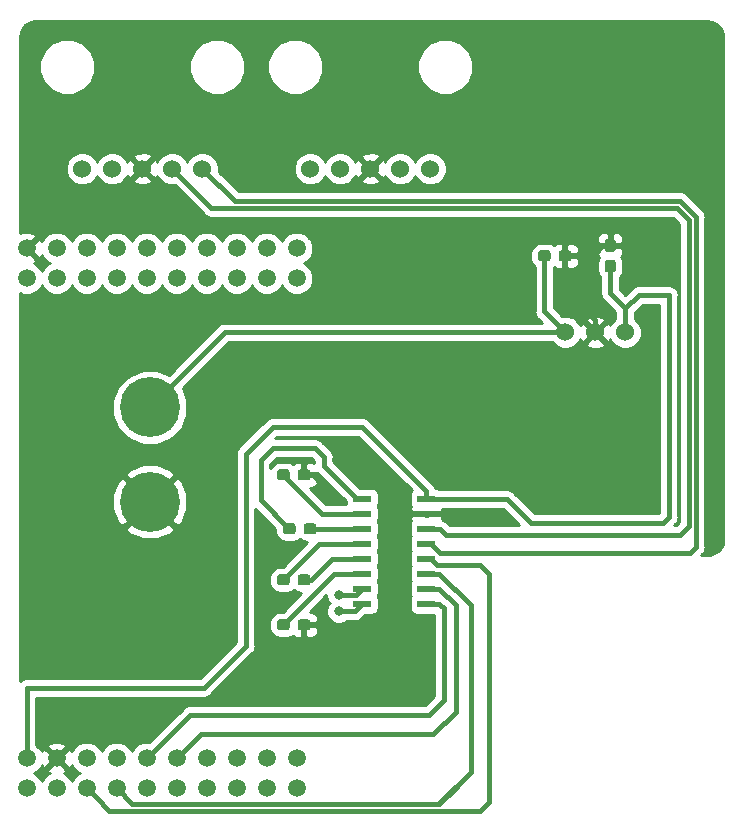
<source format=gbr>
G04 #@! TF.GenerationSoftware,KiCad,Pcbnew,(5.0.0)*
G04 #@! TF.CreationDate,2018-10-03T22:17:31-05:00*
G04 #@! TF.ProjectId,DriveBoard_Hardware,4472697665426F6172645F4861726477,rev?*
G04 #@! TF.SameCoordinates,Original*
G04 #@! TF.FileFunction,Copper,L1,Top,Signal*
G04 #@! TF.FilePolarity,Positive*
%FSLAX46Y46*%
G04 Gerber Fmt 4.6, Leading zero omitted, Abs format (unit mm)*
G04 Created by KiCad (PCBNEW (5.0.0)) date 10/03/18 22:17:31*
%MOMM*%
%LPD*%
G01*
G04 APERTURE LIST*
G04 #@! TA.AperFunction,Conductor*
%ADD10C,0.100000*%
G04 #@! TD*
G04 #@! TA.AperFunction,SMDPad,CuDef*
%ADD11C,0.950000*%
G04 #@! TD*
G04 #@! TA.AperFunction,ComponentPad*
%ADD12C,5.080000*%
G04 #@! TD*
G04 #@! TA.AperFunction,ComponentPad*
%ADD13C,1.524000*%
G04 #@! TD*
G04 #@! TA.AperFunction,ComponentPad*
%ADD14C,1.520000*%
G04 #@! TD*
G04 #@! TA.AperFunction,SMDPad,CuDef*
%ADD15R,1.500000X0.600000*%
G04 #@! TD*
G04 #@! TA.AperFunction,ViaPad*
%ADD16C,0.800000*%
G04 #@! TD*
G04 #@! TA.AperFunction,Conductor*
%ADD17C,0.381000*%
G04 #@! TD*
G04 #@! TA.AperFunction,Conductor*
%ADD18C,0.250000*%
G04 #@! TD*
G04 #@! TA.AperFunction,Conductor*
%ADD19C,0.254000*%
G04 #@! TD*
G04 APERTURE END LIST*
D10*
G04 #@! TO.N,Net-(C1-Pad1)*
G04 #@! TO.C,C1*
G36*
X95955779Y-90966144D02*
X95978834Y-90969563D01*
X96001443Y-90975227D01*
X96023387Y-90983079D01*
X96044457Y-90993044D01*
X96064448Y-91005026D01*
X96083168Y-91018910D01*
X96100438Y-91034562D01*
X96116090Y-91051832D01*
X96129974Y-91070552D01*
X96141956Y-91090543D01*
X96151921Y-91111613D01*
X96159773Y-91133557D01*
X96165437Y-91156166D01*
X96168856Y-91179221D01*
X96170000Y-91202500D01*
X96170000Y-91677500D01*
X96168856Y-91700779D01*
X96165437Y-91723834D01*
X96159773Y-91746443D01*
X96151921Y-91768387D01*
X96141956Y-91789457D01*
X96129974Y-91809448D01*
X96116090Y-91828168D01*
X96100438Y-91845438D01*
X96083168Y-91861090D01*
X96064448Y-91874974D01*
X96044457Y-91886956D01*
X96023387Y-91896921D01*
X96001443Y-91904773D01*
X95978834Y-91910437D01*
X95955779Y-91913856D01*
X95932500Y-91915000D01*
X95357500Y-91915000D01*
X95334221Y-91913856D01*
X95311166Y-91910437D01*
X95288557Y-91904773D01*
X95266613Y-91896921D01*
X95245543Y-91886956D01*
X95225552Y-91874974D01*
X95206832Y-91861090D01*
X95189562Y-91845438D01*
X95173910Y-91828168D01*
X95160026Y-91809448D01*
X95148044Y-91789457D01*
X95138079Y-91768387D01*
X95130227Y-91746443D01*
X95124563Y-91723834D01*
X95121144Y-91700779D01*
X95120000Y-91677500D01*
X95120000Y-91202500D01*
X95121144Y-91179221D01*
X95124563Y-91156166D01*
X95130227Y-91133557D01*
X95138079Y-91111613D01*
X95148044Y-91090543D01*
X95160026Y-91070552D01*
X95173910Y-91051832D01*
X95189562Y-91034562D01*
X95206832Y-91018910D01*
X95225552Y-91005026D01*
X95245543Y-90993044D01*
X95266613Y-90983079D01*
X95288557Y-90975227D01*
X95311166Y-90969563D01*
X95334221Y-90966144D01*
X95357500Y-90965000D01*
X95932500Y-90965000D01*
X95955779Y-90966144D01*
X95955779Y-90966144D01*
G37*
D11*
G04 #@! TD*
G04 #@! TO.P,C1,1*
G04 #@! TO.N,Net-(C1-Pad1)*
X95645000Y-91440000D03*
D10*
G04 #@! TO.N,GND*
G04 #@! TO.C,C1*
G36*
X97705779Y-90966144D02*
X97728834Y-90969563D01*
X97751443Y-90975227D01*
X97773387Y-90983079D01*
X97794457Y-90993044D01*
X97814448Y-91005026D01*
X97833168Y-91018910D01*
X97850438Y-91034562D01*
X97866090Y-91051832D01*
X97879974Y-91070552D01*
X97891956Y-91090543D01*
X97901921Y-91111613D01*
X97909773Y-91133557D01*
X97915437Y-91156166D01*
X97918856Y-91179221D01*
X97920000Y-91202500D01*
X97920000Y-91677500D01*
X97918856Y-91700779D01*
X97915437Y-91723834D01*
X97909773Y-91746443D01*
X97901921Y-91768387D01*
X97891956Y-91789457D01*
X97879974Y-91809448D01*
X97866090Y-91828168D01*
X97850438Y-91845438D01*
X97833168Y-91861090D01*
X97814448Y-91874974D01*
X97794457Y-91886956D01*
X97773387Y-91896921D01*
X97751443Y-91904773D01*
X97728834Y-91910437D01*
X97705779Y-91913856D01*
X97682500Y-91915000D01*
X97107500Y-91915000D01*
X97084221Y-91913856D01*
X97061166Y-91910437D01*
X97038557Y-91904773D01*
X97016613Y-91896921D01*
X96995543Y-91886956D01*
X96975552Y-91874974D01*
X96956832Y-91861090D01*
X96939562Y-91845438D01*
X96923910Y-91828168D01*
X96910026Y-91809448D01*
X96898044Y-91789457D01*
X96888079Y-91768387D01*
X96880227Y-91746443D01*
X96874563Y-91723834D01*
X96871144Y-91700779D01*
X96870000Y-91677500D01*
X96870000Y-91202500D01*
X96871144Y-91179221D01*
X96874563Y-91156166D01*
X96880227Y-91133557D01*
X96888079Y-91111613D01*
X96898044Y-91090543D01*
X96910026Y-91070552D01*
X96923910Y-91051832D01*
X96939562Y-91034562D01*
X96956832Y-91018910D01*
X96975552Y-91005026D01*
X96995543Y-90993044D01*
X97016613Y-90983079D01*
X97038557Y-90975227D01*
X97061166Y-90969563D01*
X97084221Y-90966144D01*
X97107500Y-90965000D01*
X97682500Y-90965000D01*
X97705779Y-90966144D01*
X97705779Y-90966144D01*
G37*
D11*
G04 #@! TD*
G04 #@! TO.P,C1,2*
G04 #@! TO.N,GND*
X97395000Y-91440000D03*
D10*
G04 #@! TO.N,GND*
G04 #@! TO.C,C2*
G36*
X97705779Y-103666144D02*
X97728834Y-103669563D01*
X97751443Y-103675227D01*
X97773387Y-103683079D01*
X97794457Y-103693044D01*
X97814448Y-103705026D01*
X97833168Y-103718910D01*
X97850438Y-103734562D01*
X97866090Y-103751832D01*
X97879974Y-103770552D01*
X97891956Y-103790543D01*
X97901921Y-103811613D01*
X97909773Y-103833557D01*
X97915437Y-103856166D01*
X97918856Y-103879221D01*
X97920000Y-103902500D01*
X97920000Y-104377500D01*
X97918856Y-104400779D01*
X97915437Y-104423834D01*
X97909773Y-104446443D01*
X97901921Y-104468387D01*
X97891956Y-104489457D01*
X97879974Y-104509448D01*
X97866090Y-104528168D01*
X97850438Y-104545438D01*
X97833168Y-104561090D01*
X97814448Y-104574974D01*
X97794457Y-104586956D01*
X97773387Y-104596921D01*
X97751443Y-104604773D01*
X97728834Y-104610437D01*
X97705779Y-104613856D01*
X97682500Y-104615000D01*
X97107500Y-104615000D01*
X97084221Y-104613856D01*
X97061166Y-104610437D01*
X97038557Y-104604773D01*
X97016613Y-104596921D01*
X96995543Y-104586956D01*
X96975552Y-104574974D01*
X96956832Y-104561090D01*
X96939562Y-104545438D01*
X96923910Y-104528168D01*
X96910026Y-104509448D01*
X96898044Y-104489457D01*
X96888079Y-104468387D01*
X96880227Y-104446443D01*
X96874563Y-104423834D01*
X96871144Y-104400779D01*
X96870000Y-104377500D01*
X96870000Y-103902500D01*
X96871144Y-103879221D01*
X96874563Y-103856166D01*
X96880227Y-103833557D01*
X96888079Y-103811613D01*
X96898044Y-103790543D01*
X96910026Y-103770552D01*
X96923910Y-103751832D01*
X96939562Y-103734562D01*
X96956832Y-103718910D01*
X96975552Y-103705026D01*
X96995543Y-103693044D01*
X97016613Y-103683079D01*
X97038557Y-103675227D01*
X97061166Y-103669563D01*
X97084221Y-103666144D01*
X97107500Y-103665000D01*
X97682500Y-103665000D01*
X97705779Y-103666144D01*
X97705779Y-103666144D01*
G37*
D11*
G04 #@! TD*
G04 #@! TO.P,C2,2*
G04 #@! TO.N,GND*
X97395000Y-104140000D03*
D10*
G04 #@! TO.N,Net-(C2-Pad1)*
G04 #@! TO.C,C2*
G36*
X95955779Y-103666144D02*
X95978834Y-103669563D01*
X96001443Y-103675227D01*
X96023387Y-103683079D01*
X96044457Y-103693044D01*
X96064448Y-103705026D01*
X96083168Y-103718910D01*
X96100438Y-103734562D01*
X96116090Y-103751832D01*
X96129974Y-103770552D01*
X96141956Y-103790543D01*
X96151921Y-103811613D01*
X96159773Y-103833557D01*
X96165437Y-103856166D01*
X96168856Y-103879221D01*
X96170000Y-103902500D01*
X96170000Y-104377500D01*
X96168856Y-104400779D01*
X96165437Y-104423834D01*
X96159773Y-104446443D01*
X96151921Y-104468387D01*
X96141956Y-104489457D01*
X96129974Y-104509448D01*
X96116090Y-104528168D01*
X96100438Y-104545438D01*
X96083168Y-104561090D01*
X96064448Y-104574974D01*
X96044457Y-104586956D01*
X96023387Y-104596921D01*
X96001443Y-104604773D01*
X95978834Y-104610437D01*
X95955779Y-104613856D01*
X95932500Y-104615000D01*
X95357500Y-104615000D01*
X95334221Y-104613856D01*
X95311166Y-104610437D01*
X95288557Y-104604773D01*
X95266613Y-104596921D01*
X95245543Y-104586956D01*
X95225552Y-104574974D01*
X95206832Y-104561090D01*
X95189562Y-104545438D01*
X95173910Y-104528168D01*
X95160026Y-104509448D01*
X95148044Y-104489457D01*
X95138079Y-104468387D01*
X95130227Y-104446443D01*
X95124563Y-104423834D01*
X95121144Y-104400779D01*
X95120000Y-104377500D01*
X95120000Y-103902500D01*
X95121144Y-103879221D01*
X95124563Y-103856166D01*
X95130227Y-103833557D01*
X95138079Y-103811613D01*
X95148044Y-103790543D01*
X95160026Y-103770552D01*
X95173910Y-103751832D01*
X95189562Y-103734562D01*
X95206832Y-103718910D01*
X95225552Y-103705026D01*
X95245543Y-103693044D01*
X95266613Y-103683079D01*
X95288557Y-103675227D01*
X95311166Y-103669563D01*
X95334221Y-103666144D01*
X95357500Y-103665000D01*
X95932500Y-103665000D01*
X95955779Y-103666144D01*
X95955779Y-103666144D01*
G37*
D11*
G04 #@! TD*
G04 #@! TO.P,C2,1*
G04 #@! TO.N,Net-(C2-Pad1)*
X95645000Y-104140000D03*
D10*
G04 #@! TO.N,/+12V*
G04 #@! TO.C,C3*
G36*
X118053779Y-72424144D02*
X118076834Y-72427563D01*
X118099443Y-72433227D01*
X118121387Y-72441079D01*
X118142457Y-72451044D01*
X118162448Y-72463026D01*
X118181168Y-72476910D01*
X118198438Y-72492562D01*
X118214090Y-72509832D01*
X118227974Y-72528552D01*
X118239956Y-72548543D01*
X118249921Y-72569613D01*
X118257773Y-72591557D01*
X118263437Y-72614166D01*
X118266856Y-72637221D01*
X118268000Y-72660500D01*
X118268000Y-73135500D01*
X118266856Y-73158779D01*
X118263437Y-73181834D01*
X118257773Y-73204443D01*
X118249921Y-73226387D01*
X118239956Y-73247457D01*
X118227974Y-73267448D01*
X118214090Y-73286168D01*
X118198438Y-73303438D01*
X118181168Y-73319090D01*
X118162448Y-73332974D01*
X118142457Y-73344956D01*
X118121387Y-73354921D01*
X118099443Y-73362773D01*
X118076834Y-73368437D01*
X118053779Y-73371856D01*
X118030500Y-73373000D01*
X117455500Y-73373000D01*
X117432221Y-73371856D01*
X117409166Y-73368437D01*
X117386557Y-73362773D01*
X117364613Y-73354921D01*
X117343543Y-73344956D01*
X117323552Y-73332974D01*
X117304832Y-73319090D01*
X117287562Y-73303438D01*
X117271910Y-73286168D01*
X117258026Y-73267448D01*
X117246044Y-73247457D01*
X117236079Y-73226387D01*
X117228227Y-73204443D01*
X117222563Y-73181834D01*
X117219144Y-73158779D01*
X117218000Y-73135500D01*
X117218000Y-72660500D01*
X117219144Y-72637221D01*
X117222563Y-72614166D01*
X117228227Y-72591557D01*
X117236079Y-72569613D01*
X117246044Y-72548543D01*
X117258026Y-72528552D01*
X117271910Y-72509832D01*
X117287562Y-72492562D01*
X117304832Y-72476910D01*
X117323552Y-72463026D01*
X117343543Y-72451044D01*
X117364613Y-72441079D01*
X117386557Y-72433227D01*
X117409166Y-72427563D01*
X117432221Y-72424144D01*
X117455500Y-72423000D01*
X118030500Y-72423000D01*
X118053779Y-72424144D01*
X118053779Y-72424144D01*
G37*
D11*
G04 #@! TD*
G04 #@! TO.P,C3,1*
G04 #@! TO.N,/+12V*
X117743000Y-72898000D03*
D10*
G04 #@! TO.N,GND*
G04 #@! TO.C,C3*
G36*
X119803779Y-72424144D02*
X119826834Y-72427563D01*
X119849443Y-72433227D01*
X119871387Y-72441079D01*
X119892457Y-72451044D01*
X119912448Y-72463026D01*
X119931168Y-72476910D01*
X119948438Y-72492562D01*
X119964090Y-72509832D01*
X119977974Y-72528552D01*
X119989956Y-72548543D01*
X119999921Y-72569613D01*
X120007773Y-72591557D01*
X120013437Y-72614166D01*
X120016856Y-72637221D01*
X120018000Y-72660500D01*
X120018000Y-73135500D01*
X120016856Y-73158779D01*
X120013437Y-73181834D01*
X120007773Y-73204443D01*
X119999921Y-73226387D01*
X119989956Y-73247457D01*
X119977974Y-73267448D01*
X119964090Y-73286168D01*
X119948438Y-73303438D01*
X119931168Y-73319090D01*
X119912448Y-73332974D01*
X119892457Y-73344956D01*
X119871387Y-73354921D01*
X119849443Y-73362773D01*
X119826834Y-73368437D01*
X119803779Y-73371856D01*
X119780500Y-73373000D01*
X119205500Y-73373000D01*
X119182221Y-73371856D01*
X119159166Y-73368437D01*
X119136557Y-73362773D01*
X119114613Y-73354921D01*
X119093543Y-73344956D01*
X119073552Y-73332974D01*
X119054832Y-73319090D01*
X119037562Y-73303438D01*
X119021910Y-73286168D01*
X119008026Y-73267448D01*
X118996044Y-73247457D01*
X118986079Y-73226387D01*
X118978227Y-73204443D01*
X118972563Y-73181834D01*
X118969144Y-73158779D01*
X118968000Y-73135500D01*
X118968000Y-72660500D01*
X118969144Y-72637221D01*
X118972563Y-72614166D01*
X118978227Y-72591557D01*
X118986079Y-72569613D01*
X118996044Y-72548543D01*
X119008026Y-72528552D01*
X119021910Y-72509832D01*
X119037562Y-72492562D01*
X119054832Y-72476910D01*
X119073552Y-72463026D01*
X119093543Y-72451044D01*
X119114613Y-72441079D01*
X119136557Y-72433227D01*
X119159166Y-72427563D01*
X119182221Y-72424144D01*
X119205500Y-72423000D01*
X119780500Y-72423000D01*
X119803779Y-72424144D01*
X119803779Y-72424144D01*
G37*
D11*
G04 #@! TD*
G04 #@! TO.P,C3,2*
G04 #@! TO.N,GND*
X119493000Y-72898000D03*
D10*
G04 #@! TO.N,Net-(C4-Pad1)*
G04 #@! TO.C,C4*
G36*
X96463779Y-95538144D02*
X96486834Y-95541563D01*
X96509443Y-95547227D01*
X96531387Y-95555079D01*
X96552457Y-95565044D01*
X96572448Y-95577026D01*
X96591168Y-95590910D01*
X96608438Y-95606562D01*
X96624090Y-95623832D01*
X96637974Y-95642552D01*
X96649956Y-95662543D01*
X96659921Y-95683613D01*
X96667773Y-95705557D01*
X96673437Y-95728166D01*
X96676856Y-95751221D01*
X96678000Y-95774500D01*
X96678000Y-96249500D01*
X96676856Y-96272779D01*
X96673437Y-96295834D01*
X96667773Y-96318443D01*
X96659921Y-96340387D01*
X96649956Y-96361457D01*
X96637974Y-96381448D01*
X96624090Y-96400168D01*
X96608438Y-96417438D01*
X96591168Y-96433090D01*
X96572448Y-96446974D01*
X96552457Y-96458956D01*
X96531387Y-96468921D01*
X96509443Y-96476773D01*
X96486834Y-96482437D01*
X96463779Y-96485856D01*
X96440500Y-96487000D01*
X95865500Y-96487000D01*
X95842221Y-96485856D01*
X95819166Y-96482437D01*
X95796557Y-96476773D01*
X95774613Y-96468921D01*
X95753543Y-96458956D01*
X95733552Y-96446974D01*
X95714832Y-96433090D01*
X95697562Y-96417438D01*
X95681910Y-96400168D01*
X95668026Y-96381448D01*
X95656044Y-96361457D01*
X95646079Y-96340387D01*
X95638227Y-96318443D01*
X95632563Y-96295834D01*
X95629144Y-96272779D01*
X95628000Y-96249500D01*
X95628000Y-95774500D01*
X95629144Y-95751221D01*
X95632563Y-95728166D01*
X95638227Y-95705557D01*
X95646079Y-95683613D01*
X95656044Y-95662543D01*
X95668026Y-95642552D01*
X95681910Y-95623832D01*
X95697562Y-95606562D01*
X95714832Y-95590910D01*
X95733552Y-95577026D01*
X95753543Y-95565044D01*
X95774613Y-95555079D01*
X95796557Y-95547227D01*
X95819166Y-95541563D01*
X95842221Y-95538144D01*
X95865500Y-95537000D01*
X96440500Y-95537000D01*
X96463779Y-95538144D01*
X96463779Y-95538144D01*
G37*
D11*
G04 #@! TD*
G04 #@! TO.P,C4,1*
G04 #@! TO.N,Net-(C4-Pad1)*
X96153000Y-96012000D03*
D10*
G04 #@! TO.N,Net-(C4-Pad2)*
G04 #@! TO.C,C4*
G36*
X98213779Y-95538144D02*
X98236834Y-95541563D01*
X98259443Y-95547227D01*
X98281387Y-95555079D01*
X98302457Y-95565044D01*
X98322448Y-95577026D01*
X98341168Y-95590910D01*
X98358438Y-95606562D01*
X98374090Y-95623832D01*
X98387974Y-95642552D01*
X98399956Y-95662543D01*
X98409921Y-95683613D01*
X98417773Y-95705557D01*
X98423437Y-95728166D01*
X98426856Y-95751221D01*
X98428000Y-95774500D01*
X98428000Y-96249500D01*
X98426856Y-96272779D01*
X98423437Y-96295834D01*
X98417773Y-96318443D01*
X98409921Y-96340387D01*
X98399956Y-96361457D01*
X98387974Y-96381448D01*
X98374090Y-96400168D01*
X98358438Y-96417438D01*
X98341168Y-96433090D01*
X98322448Y-96446974D01*
X98302457Y-96458956D01*
X98281387Y-96468921D01*
X98259443Y-96476773D01*
X98236834Y-96482437D01*
X98213779Y-96485856D01*
X98190500Y-96487000D01*
X97615500Y-96487000D01*
X97592221Y-96485856D01*
X97569166Y-96482437D01*
X97546557Y-96476773D01*
X97524613Y-96468921D01*
X97503543Y-96458956D01*
X97483552Y-96446974D01*
X97464832Y-96433090D01*
X97447562Y-96417438D01*
X97431910Y-96400168D01*
X97418026Y-96381448D01*
X97406044Y-96361457D01*
X97396079Y-96340387D01*
X97388227Y-96318443D01*
X97382563Y-96295834D01*
X97379144Y-96272779D01*
X97378000Y-96249500D01*
X97378000Y-95774500D01*
X97379144Y-95751221D01*
X97382563Y-95728166D01*
X97388227Y-95705557D01*
X97396079Y-95683613D01*
X97406044Y-95662543D01*
X97418026Y-95642552D01*
X97431910Y-95623832D01*
X97447562Y-95606562D01*
X97464832Y-95590910D01*
X97483552Y-95577026D01*
X97503543Y-95565044D01*
X97524613Y-95555079D01*
X97546557Y-95547227D01*
X97569166Y-95541563D01*
X97592221Y-95538144D01*
X97615500Y-95537000D01*
X98190500Y-95537000D01*
X98213779Y-95538144D01*
X98213779Y-95538144D01*
G37*
D11*
G04 #@! TD*
G04 #@! TO.P,C4,2*
G04 #@! TO.N,Net-(C4-Pad2)*
X97903000Y-96012000D03*
D10*
G04 #@! TO.N,Net-(C5-Pad2)*
G04 #@! TO.C,C5*
G36*
X97705779Y-99856144D02*
X97728834Y-99859563D01*
X97751443Y-99865227D01*
X97773387Y-99873079D01*
X97794457Y-99883044D01*
X97814448Y-99895026D01*
X97833168Y-99908910D01*
X97850438Y-99924562D01*
X97866090Y-99941832D01*
X97879974Y-99960552D01*
X97891956Y-99980543D01*
X97901921Y-100001613D01*
X97909773Y-100023557D01*
X97915437Y-100046166D01*
X97918856Y-100069221D01*
X97920000Y-100092500D01*
X97920000Y-100567500D01*
X97918856Y-100590779D01*
X97915437Y-100613834D01*
X97909773Y-100636443D01*
X97901921Y-100658387D01*
X97891956Y-100679457D01*
X97879974Y-100699448D01*
X97866090Y-100718168D01*
X97850438Y-100735438D01*
X97833168Y-100751090D01*
X97814448Y-100764974D01*
X97794457Y-100776956D01*
X97773387Y-100786921D01*
X97751443Y-100794773D01*
X97728834Y-100800437D01*
X97705779Y-100803856D01*
X97682500Y-100805000D01*
X97107500Y-100805000D01*
X97084221Y-100803856D01*
X97061166Y-100800437D01*
X97038557Y-100794773D01*
X97016613Y-100786921D01*
X96995543Y-100776956D01*
X96975552Y-100764974D01*
X96956832Y-100751090D01*
X96939562Y-100735438D01*
X96923910Y-100718168D01*
X96910026Y-100699448D01*
X96898044Y-100679457D01*
X96888079Y-100658387D01*
X96880227Y-100636443D01*
X96874563Y-100613834D01*
X96871144Y-100590779D01*
X96870000Y-100567500D01*
X96870000Y-100092500D01*
X96871144Y-100069221D01*
X96874563Y-100046166D01*
X96880227Y-100023557D01*
X96888079Y-100001613D01*
X96898044Y-99980543D01*
X96910026Y-99960552D01*
X96923910Y-99941832D01*
X96939562Y-99924562D01*
X96956832Y-99908910D01*
X96975552Y-99895026D01*
X96995543Y-99883044D01*
X97016613Y-99873079D01*
X97038557Y-99865227D01*
X97061166Y-99859563D01*
X97084221Y-99856144D01*
X97107500Y-99855000D01*
X97682500Y-99855000D01*
X97705779Y-99856144D01*
X97705779Y-99856144D01*
G37*
D11*
G04 #@! TD*
G04 #@! TO.P,C5,2*
G04 #@! TO.N,Net-(C5-Pad2)*
X97395000Y-100330000D03*
D10*
G04 #@! TO.N,Net-(C5-Pad1)*
G04 #@! TO.C,C5*
G36*
X95955779Y-99856144D02*
X95978834Y-99859563D01*
X96001443Y-99865227D01*
X96023387Y-99873079D01*
X96044457Y-99883044D01*
X96064448Y-99895026D01*
X96083168Y-99908910D01*
X96100438Y-99924562D01*
X96116090Y-99941832D01*
X96129974Y-99960552D01*
X96141956Y-99980543D01*
X96151921Y-100001613D01*
X96159773Y-100023557D01*
X96165437Y-100046166D01*
X96168856Y-100069221D01*
X96170000Y-100092500D01*
X96170000Y-100567500D01*
X96168856Y-100590779D01*
X96165437Y-100613834D01*
X96159773Y-100636443D01*
X96151921Y-100658387D01*
X96141956Y-100679457D01*
X96129974Y-100699448D01*
X96116090Y-100718168D01*
X96100438Y-100735438D01*
X96083168Y-100751090D01*
X96064448Y-100764974D01*
X96044457Y-100776956D01*
X96023387Y-100786921D01*
X96001443Y-100794773D01*
X95978834Y-100800437D01*
X95955779Y-100803856D01*
X95932500Y-100805000D01*
X95357500Y-100805000D01*
X95334221Y-100803856D01*
X95311166Y-100800437D01*
X95288557Y-100794773D01*
X95266613Y-100786921D01*
X95245543Y-100776956D01*
X95225552Y-100764974D01*
X95206832Y-100751090D01*
X95189562Y-100735438D01*
X95173910Y-100718168D01*
X95160026Y-100699448D01*
X95148044Y-100679457D01*
X95138079Y-100658387D01*
X95130227Y-100636443D01*
X95124563Y-100613834D01*
X95121144Y-100590779D01*
X95120000Y-100567500D01*
X95120000Y-100092500D01*
X95121144Y-100069221D01*
X95124563Y-100046166D01*
X95130227Y-100023557D01*
X95138079Y-100001613D01*
X95148044Y-99980543D01*
X95160026Y-99960552D01*
X95173910Y-99941832D01*
X95189562Y-99924562D01*
X95206832Y-99908910D01*
X95225552Y-99895026D01*
X95245543Y-99883044D01*
X95266613Y-99873079D01*
X95288557Y-99865227D01*
X95311166Y-99859563D01*
X95334221Y-99856144D01*
X95357500Y-99855000D01*
X95932500Y-99855000D01*
X95955779Y-99856144D01*
X95955779Y-99856144D01*
G37*
D11*
G04 #@! TD*
G04 #@! TO.P,C5,1*
G04 #@! TO.N,Net-(C5-Pad1)*
X95645000Y-100330000D03*
D10*
G04 #@! TO.N,GND*
G04 #@! TO.C,C6*
G36*
X123577779Y-71499144D02*
X123600834Y-71502563D01*
X123623443Y-71508227D01*
X123645387Y-71516079D01*
X123666457Y-71526044D01*
X123686448Y-71538026D01*
X123705168Y-71551910D01*
X123722438Y-71567562D01*
X123738090Y-71584832D01*
X123751974Y-71603552D01*
X123763956Y-71623543D01*
X123773921Y-71644613D01*
X123781773Y-71666557D01*
X123787437Y-71689166D01*
X123790856Y-71712221D01*
X123792000Y-71735500D01*
X123792000Y-72310500D01*
X123790856Y-72333779D01*
X123787437Y-72356834D01*
X123781773Y-72379443D01*
X123773921Y-72401387D01*
X123763956Y-72422457D01*
X123751974Y-72442448D01*
X123738090Y-72461168D01*
X123722438Y-72478438D01*
X123705168Y-72494090D01*
X123686448Y-72507974D01*
X123666457Y-72519956D01*
X123645387Y-72529921D01*
X123623443Y-72537773D01*
X123600834Y-72543437D01*
X123577779Y-72546856D01*
X123554500Y-72548000D01*
X123079500Y-72548000D01*
X123056221Y-72546856D01*
X123033166Y-72543437D01*
X123010557Y-72537773D01*
X122988613Y-72529921D01*
X122967543Y-72519956D01*
X122947552Y-72507974D01*
X122928832Y-72494090D01*
X122911562Y-72478438D01*
X122895910Y-72461168D01*
X122882026Y-72442448D01*
X122870044Y-72422457D01*
X122860079Y-72401387D01*
X122852227Y-72379443D01*
X122846563Y-72356834D01*
X122843144Y-72333779D01*
X122842000Y-72310500D01*
X122842000Y-71735500D01*
X122843144Y-71712221D01*
X122846563Y-71689166D01*
X122852227Y-71666557D01*
X122860079Y-71644613D01*
X122870044Y-71623543D01*
X122882026Y-71603552D01*
X122895910Y-71584832D01*
X122911562Y-71567562D01*
X122928832Y-71551910D01*
X122947552Y-71538026D01*
X122967543Y-71526044D01*
X122988613Y-71516079D01*
X123010557Y-71508227D01*
X123033166Y-71502563D01*
X123056221Y-71499144D01*
X123079500Y-71498000D01*
X123554500Y-71498000D01*
X123577779Y-71499144D01*
X123577779Y-71499144D01*
G37*
D11*
G04 #@! TD*
G04 #@! TO.P,C6,2*
G04 #@! TO.N,GND*
X123317000Y-72023000D03*
D10*
G04 #@! TO.N,+5V*
G04 #@! TO.C,C6*
G36*
X123577779Y-73249144D02*
X123600834Y-73252563D01*
X123623443Y-73258227D01*
X123645387Y-73266079D01*
X123666457Y-73276044D01*
X123686448Y-73288026D01*
X123705168Y-73301910D01*
X123722438Y-73317562D01*
X123738090Y-73334832D01*
X123751974Y-73353552D01*
X123763956Y-73373543D01*
X123773921Y-73394613D01*
X123781773Y-73416557D01*
X123787437Y-73439166D01*
X123790856Y-73462221D01*
X123792000Y-73485500D01*
X123792000Y-74060500D01*
X123790856Y-74083779D01*
X123787437Y-74106834D01*
X123781773Y-74129443D01*
X123773921Y-74151387D01*
X123763956Y-74172457D01*
X123751974Y-74192448D01*
X123738090Y-74211168D01*
X123722438Y-74228438D01*
X123705168Y-74244090D01*
X123686448Y-74257974D01*
X123666457Y-74269956D01*
X123645387Y-74279921D01*
X123623443Y-74287773D01*
X123600834Y-74293437D01*
X123577779Y-74296856D01*
X123554500Y-74298000D01*
X123079500Y-74298000D01*
X123056221Y-74296856D01*
X123033166Y-74293437D01*
X123010557Y-74287773D01*
X122988613Y-74279921D01*
X122967543Y-74269956D01*
X122947552Y-74257974D01*
X122928832Y-74244090D01*
X122911562Y-74228438D01*
X122895910Y-74211168D01*
X122882026Y-74192448D01*
X122870044Y-74172457D01*
X122860079Y-74151387D01*
X122852227Y-74129443D01*
X122846563Y-74106834D01*
X122843144Y-74083779D01*
X122842000Y-74060500D01*
X122842000Y-73485500D01*
X122843144Y-73462221D01*
X122846563Y-73439166D01*
X122852227Y-73416557D01*
X122860079Y-73394613D01*
X122870044Y-73373543D01*
X122882026Y-73353552D01*
X122895910Y-73334832D01*
X122911562Y-73317562D01*
X122928832Y-73301910D01*
X122947552Y-73288026D01*
X122967543Y-73276044D01*
X122988613Y-73266079D01*
X123010557Y-73258227D01*
X123033166Y-73252563D01*
X123056221Y-73249144D01*
X123079500Y-73248000D01*
X123554500Y-73248000D01*
X123577779Y-73249144D01*
X123577779Y-73249144D01*
G37*
D11*
G04 #@! TD*
G04 #@! TO.P,C6,1*
G04 #@! TO.N,+5V*
X123317000Y-73773000D03*
D12*
G04 #@! TO.P,Conn1,1*
G04 #@! TO.N,GND*
X84353400Y-93727000D03*
G04 #@! TO.P,Conn1,2*
G04 #@! TO.N,/+12V*
X84353400Y-85726000D03*
G04 #@! TD*
D13*
G04 #@! TO.P,Conn2,1*
G04 #@! TO.N,Net-(Conn2-Pad1)*
X78613000Y-65532000D03*
G04 #@! TO.P,Conn2,2*
G04 #@! TO.N,Net-(Conn2-Pad2)*
X81153000Y-65532000D03*
G04 #@! TO.P,Conn2,3*
G04 #@! TO.N,GND*
X83693000Y-65532000D03*
G04 #@! TO.P,Conn2,4*
G04 #@! TO.N,TX_1_SL*
X86233000Y-65532000D03*
G04 #@! TO.P,Conn2,5*
G04 #@! TO.N,RX_1_SL*
X88773000Y-65532000D03*
G04 #@! TD*
G04 #@! TO.P,Conn3,5*
G04 #@! TO.N,RX_2_SL*
X108077000Y-65532000D03*
G04 #@! TO.P,Conn3,4*
G04 #@! TO.N,TX_2_SL*
X105537000Y-65532000D03*
G04 #@! TO.P,Conn3,3*
G04 #@! TO.N,GND*
X102997000Y-65532000D03*
G04 #@! TO.P,Conn3,2*
G04 #@! TO.N,Net-(Conn3-Pad2)*
X100457000Y-65532000D03*
G04 #@! TO.P,Conn3,1*
G04 #@! TO.N,Net-(Conn3-Pad1)*
X97917000Y-65532000D03*
G04 #@! TD*
D14*
G04 #@! TO.P,U1,+3V3*
G04 #@! TO.N,Net-(U1-Pad+3V3)*
X73914000Y-117983000D03*
G04 #@! TO.P,U1,PM6*
G04 #@! TO.N,Net-(U1-PadPM6)*
X96774000Y-72263000D03*
G04 #@! TO.P,U1,PQ1*
G04 #@! TO.N,Net-(U1-PadPQ1)*
X94234000Y-72263000D03*
G04 #@! TO.P,U1,PQ2*
G04 #@! TO.N,Net-(U1-PadPQ2)*
X86614000Y-72263000D03*
G04 #@! TO.P,U1,PK0*
G04 #@! TO.N,RX_2_IC*
X84074000Y-115443000D03*
G04 #@! TO.P,U1,PQ3*
G04 #@! TO.N,Net-(U1-PadPQ3)*
X89154000Y-72263000D03*
G04 #@! TO.P,U1,PP3*
G04 #@! TO.N,Net-(U1-PadPP3)*
X91694000Y-72263000D03*
G04 #@! TO.P,U1,PQ0*
G04 #@! TO.N,Net-(U1-PadPQ0)*
X89154000Y-117983000D03*
G04 #@! TO.P,U1,PA4*
G04 #@! TO.N,Net-(U1-PadPA4)*
X94234000Y-115443000D03*
G04 #@! TO.P,U1,Rese*
G04 #@! TO.N,Net-(U1-PadRese)*
X84074000Y-72263000D03*
G04 #@! TO.P,U1,PA7*
G04 #@! TO.N,Net-(U1-PadPA7)*
X81534000Y-72263000D03*
G04 #@! TO.P,U1,PN5*
G04 #@! TO.N,Net-(U1-PadPN5)*
X94234000Y-117983000D03*
G04 #@! TO.P,U1,PK2*
G04 #@! TO.N,Net-(U1-PadPK2)*
X89154000Y-115443000D03*
G04 #@! TO.P,U1,PK1*
G04 #@! TO.N,TX_2_IC*
X86614000Y-115443000D03*
G04 #@! TO.P,U1,+5V*
G04 #@! TO.N,+5V*
X73914000Y-115443000D03*
G04 #@! TO.P,U1,GND*
G04 #@! TO.N,GND*
X76454000Y-115443000D03*
G04 #@! TO.P,U1,PB4*
G04 #@! TO.N,Net-(U1-PadPB4)*
X78994000Y-115443000D03*
G04 #@! TO.P,U1,PB5*
G04 #@! TO.N,Net-(U1-PadPB5)*
X81534000Y-115443000D03*
G04 #@! TO.P,U1,PK3*
G04 #@! TO.N,Net-(U1-PadPK3)*
X91694000Y-115443000D03*
G04 #@! TO.P,U1,PA5*
G04 #@! TO.N,Net-(U1-PadPA5)*
X96774000Y-115443000D03*
G04 #@! TO.P,U1,PD2*
G04 #@! TO.N,Net-(U1-PadPD2)*
X76454000Y-117983000D03*
G04 #@! TO.P,U1,PP0*
G04 #@! TO.N,RX_1_IC*
X78994000Y-117983000D03*
G04 #@! TO.P,U1,PP1*
G04 #@! TO.N,TX_1_IC*
X81534000Y-117983000D03*
G04 #@! TO.P,U1,PD4*
G04 #@! TO.N,Net-(U1-PadPD4)*
X84074000Y-117983000D03*
G04 #@! TO.P,U1,PD5*
G04 #@! TO.N,Net-(U1-PadPD5)*
X86614000Y-117983000D03*
G04 #@! TO.P,U1,PP4*
G04 #@! TO.N,Net-(U1-PadPP4)*
X91694000Y-117983000D03*
G04 #@! TO.P,U1,PN4*
G04 #@! TO.N,Net-(U1-PadPN4)*
X96774000Y-117983000D03*
G04 #@! TO.P,U1,PG1*
G04 #@! TO.N,Net-(U1-PadPG1)*
X73914000Y-74803000D03*
G04 #@! TO.P,U1,PK4*
G04 #@! TO.N,Net-(U1-PadPK4)*
X76454000Y-74803000D03*
G04 #@! TO.P,U1,PK5*
G04 #@! TO.N,Net-(U1-PadPK5)*
X78994000Y-74803000D03*
G04 #@! TO.P,U1,PM0*
G04 #@! TO.N,Net-(U1-PadPM0)*
X81534000Y-74803000D03*
G04 #@! TO.P,U1,PM1*
G04 #@! TO.N,Net-(U1-PadPM1)*
X84074000Y-74803000D03*
G04 #@! TO.P,U1,PM2*
G04 #@! TO.N,Net-(U1-PadPM2)*
X86614000Y-74803000D03*
G04 #@! TO.P,U1,PH0*
G04 #@! TO.N,Net-(U1-PadPH0)*
X89154000Y-74803000D03*
G04 #@! TO.P,U1,PH1*
G04 #@! TO.N,Net-(U1-PadPH1)*
X91694000Y-74803000D03*
G04 #@! TO.P,U1,PK6*
G04 #@! TO.N,Net-(U1-PadPK6)*
X94234000Y-74803000D03*
G04 #@! TO.P,U1,PK7*
G04 #@! TO.N,Net-(U1-PadPK7)*
X96774000Y-74803000D03*
G04 #@! TO.P,U1,GND*
G04 #@! TO.N,GND*
X73914000Y-72263000D03*
G04 #@! TO.P,U1,PM7*
G04 #@! TO.N,Net-(U1-PadPM7)*
X76454000Y-72263000D03*
G04 #@! TO.P,U1,PP5*
G04 #@! TO.N,Net-(U1-PadPP5)*
X78994000Y-72263000D03*
G04 #@! TD*
D15*
G04 #@! TO.P,U2,1*
G04 #@! TO.N,Net-(C4-Pad1)*
X102329000Y-93472000D03*
G04 #@! TO.P,U2,2*
G04 #@! TO.N,Net-(C1-Pad1)*
X102329000Y-94742000D03*
G04 #@! TO.P,U2,3*
G04 #@! TO.N,Net-(C4-Pad2)*
X102329000Y-96012000D03*
G04 #@! TO.P,U2,4*
G04 #@! TO.N,Net-(C5-Pad1)*
X102329000Y-97282000D03*
G04 #@! TO.P,U2,5*
G04 #@! TO.N,Net-(C5-Pad2)*
X102329000Y-98552000D03*
G04 #@! TO.P,U2,6*
G04 #@! TO.N,Net-(C2-Pad1)*
X102329000Y-99822000D03*
G04 #@! TO.P,U2,7*
G04 #@! TO.N,TX_2_SL*
X102329000Y-101092000D03*
G04 #@! TO.P,U2,8*
G04 #@! TO.N,RX_2_SL*
X102329000Y-102362000D03*
G04 #@! TO.P,U2,9*
G04 #@! TO.N,RX_2_IC*
X107729000Y-102362000D03*
G04 #@! TO.P,U2,10*
G04 #@! TO.N,TX_2_IC*
X107729000Y-101092000D03*
G04 #@! TO.P,U2,11*
G04 #@! TO.N,TX_1_IC*
X107729000Y-99822000D03*
G04 #@! TO.P,U2,12*
G04 #@! TO.N,RX_1_IC*
X107729000Y-98552000D03*
G04 #@! TO.P,U2,13*
G04 #@! TO.N,RX_1_SL*
X107729000Y-97282000D03*
G04 #@! TO.P,U2,14*
G04 #@! TO.N,TX_1_SL*
X107729000Y-96012000D03*
G04 #@! TO.P,U2,15*
G04 #@! TO.N,GND*
X107729000Y-94742000D03*
G04 #@! TO.P,U2,16*
G04 #@! TO.N,+5V*
X107729000Y-93472000D03*
G04 #@! TD*
D13*
G04 #@! TO.P,U3,1*
G04 #@! TO.N,/+12V*
X119507000Y-79375000D03*
G04 #@! TO.P,U3,2*
G04 #@! TO.N,GND*
X122047000Y-79375000D03*
G04 #@! TO.P,U3,3*
G04 #@! TO.N,+5V*
X124587000Y-79375000D03*
G04 #@! TD*
D16*
G04 #@! TO.N,GND*
X109670315Y-94742000D03*
X98806000Y-104140000D03*
X98806000Y-92075000D03*
G04 #@! TO.N,RX_2_SL*
X100330000Y-102997000D03*
G04 #@! TO.N,TX_2_SL*
X100330000Y-101600000D03*
G04 #@! TD*
D17*
G04 #@! TO.N,Net-(C1-Pad1)*
X98947000Y-94742000D02*
X95645000Y-91440000D01*
X102329000Y-94742000D02*
X98947000Y-94742000D01*
G04 #@! TO.N,GND*
X98171000Y-91440000D02*
X98806000Y-92075000D01*
X97395000Y-91440000D02*
X98171000Y-91440000D01*
X98806000Y-104140000D02*
X97395000Y-104140000D01*
X107729000Y-94742000D02*
X109670315Y-94742000D01*
X119493000Y-72898000D02*
X121412000Y-72898000D01*
X122047000Y-78297370D02*
X122047000Y-79375000D01*
X121412000Y-77662370D02*
X122047000Y-78297370D01*
X121412000Y-72898000D02*
X121412000Y-77662370D01*
X121867000Y-72898000D02*
X121412000Y-72898000D01*
X122742000Y-72023000D02*
X121867000Y-72898000D01*
X123317000Y-72023000D02*
X122742000Y-72023000D01*
G04 #@! TO.N,Net-(C2-Pad1)*
X99963000Y-99822000D02*
X95645000Y-104140000D01*
X102329000Y-99822000D02*
X99963000Y-99822000D01*
G04 #@! TO.N,/+12V*
X117743000Y-77611000D02*
X119507000Y-79375000D01*
X90704400Y-79375000D02*
X84353400Y-85726000D01*
X119507000Y-79375000D02*
X90704400Y-79375000D01*
X117743000Y-72898000D02*
X117743000Y-77611000D01*
G04 #@! TO.N,Net-(C4-Pad1)*
X101879000Y-93472000D02*
X99060000Y-90653000D01*
X102329000Y-93472000D02*
X101879000Y-93472000D01*
X99060000Y-90653000D02*
X99060000Y-89916000D01*
X98298000Y-89154000D02*
X94742000Y-89154000D01*
X99060000Y-89916000D02*
X98298000Y-89154000D01*
X94742000Y-89154000D02*
X93726000Y-90170000D01*
X93726000Y-93585000D02*
X96153000Y-96012000D01*
X93726000Y-90170000D02*
X93726000Y-93585000D01*
G04 #@! TO.N,Net-(C4-Pad2)*
X97903000Y-96012000D02*
X102329000Y-96012000D01*
G04 #@! TO.N,Net-(C5-Pad2)*
X101713000Y-98552000D02*
X102329000Y-98552000D01*
X101198000Y-98552000D02*
X102329000Y-98552000D01*
X99798000Y-98552000D02*
X101198000Y-98552000D01*
X98020000Y-100330000D02*
X99798000Y-98552000D01*
X97395000Y-100330000D02*
X98020000Y-100330000D01*
D18*
G04 #@! TO.N,Net-(C5-Pad1)*
X96144072Y-99830928D02*
X95645000Y-100330000D01*
D17*
X98693000Y-97282000D02*
X95645000Y-100330000D01*
X102329000Y-97282000D02*
X98693000Y-97282000D01*
G04 #@! TO.N,+5V*
X124587000Y-79375000D02*
X124587000Y-77343000D01*
X124587000Y-77343000D02*
X125730000Y-76200000D01*
X125730000Y-76200000D02*
X128270000Y-76200000D01*
D18*
X73914000Y-114368198D02*
X73914000Y-115443000D01*
D17*
X107729000Y-93472000D02*
X114554000Y-93472000D01*
X73914000Y-115443000D02*
X73914000Y-109474000D01*
X73914000Y-109474000D02*
X88900000Y-109474000D01*
X88900000Y-109474000D02*
X92456000Y-105918000D01*
X92456000Y-105918000D02*
X92456000Y-89662000D01*
X92456000Y-89662000D02*
X94742000Y-87376000D01*
X102314000Y-87376000D02*
X94742000Y-87376000D01*
X107729000Y-92791000D02*
X102314000Y-87376000D01*
X107729000Y-93472000D02*
X107729000Y-92791000D01*
X123317000Y-76073000D02*
X124587000Y-77343000D01*
X123317000Y-74930000D02*
X123317000Y-76073000D01*
X123317000Y-73773000D02*
X123317000Y-74930000D01*
X128270000Y-76200000D02*
X128270000Y-94996000D01*
X116586000Y-95504000D02*
X114554000Y-93472000D01*
X128270000Y-94996000D02*
X127762000Y-95504000D01*
X127762000Y-95504000D02*
X116586000Y-95504000D01*
G04 #@! TO.N,TX_1_SL*
X108179000Y-96012000D02*
X107729000Y-96012000D01*
X86233000Y-65532000D02*
X89557529Y-68856529D01*
X89557529Y-68856529D02*
X128994857Y-68856529D01*
X128994857Y-68856529D02*
X129974990Y-69836662D01*
X129212990Y-96520000D02*
X129974990Y-95758000D01*
X109387354Y-96520000D02*
X129212990Y-96520000D01*
X108879354Y-96012000D02*
X109387354Y-96520000D01*
X107729000Y-96012000D02*
X108879354Y-96012000D01*
X129974990Y-69836662D02*
X129974990Y-95758000D01*
D18*
G04 #@! TO.N,RX_1_SL*
X108729000Y-97832000D02*
X108179000Y-97282000D01*
D17*
X91516519Y-68275519D02*
X88773000Y-65532000D01*
X130556000Y-69596000D02*
X129235519Y-68275519D01*
X129235519Y-68275519D02*
X91516519Y-68275519D01*
X108179000Y-97282000D02*
X107729000Y-97282000D01*
X130048000Y-98044000D02*
X130556000Y-97536000D01*
X108941000Y-98044000D02*
X130048000Y-98044000D01*
X108179000Y-97282000D02*
X108941000Y-98044000D01*
X130556000Y-97536000D02*
X130556000Y-69596000D01*
G04 #@! TO.N,RX_2_SL*
X101694000Y-102997000D02*
X102329000Y-102362000D01*
X100330000Y-102997000D02*
X101694000Y-102997000D01*
D18*
G04 #@! TO.N,TX_2_SL*
X102779000Y-101092000D02*
X102329000Y-101092000D01*
D17*
X101821000Y-101600000D02*
X102329000Y-101092000D01*
X100330000Y-101600000D02*
X101821000Y-101600000D01*
G04 #@! TO.N,RX_2_IC*
X108860000Y-102362000D02*
X107729000Y-102362000D01*
X109220000Y-102722000D02*
X108860000Y-102362000D01*
X109220000Y-110490000D02*
X109220000Y-102722000D01*
X107950000Y-111760000D02*
X109220000Y-110490000D01*
X87757000Y-111760000D02*
X107950000Y-111760000D01*
X84074000Y-115443000D02*
X87757000Y-111760000D01*
G04 #@! TO.N,TX_2_IC*
X108860000Y-101092000D02*
X110236000Y-102468000D01*
X107729000Y-101092000D02*
X108860000Y-101092000D01*
X110236000Y-102468000D02*
X110236000Y-111506000D01*
X108331000Y-113411000D02*
X88646000Y-113411000D01*
X110236000Y-111506000D02*
X108331000Y-113411000D01*
X86614000Y-115443000D02*
X88646000Y-113411000D01*
D18*
G04 #@! TO.N,RX_1_IC*
X110039991Y-119830009D02*
X80841009Y-119830009D01*
X107729000Y-98552000D02*
X108179000Y-98552000D01*
D17*
X108179000Y-98552000D02*
X108687000Y-99060000D01*
X108687000Y-99060000D02*
X112268000Y-99060000D01*
X112268000Y-99060000D02*
X113030000Y-99822000D01*
X113030000Y-99822000D02*
X113030000Y-119126000D01*
X79753999Y-118742999D02*
X78994000Y-117983000D01*
X80906510Y-119895510D02*
X79753999Y-118742999D01*
X112260490Y-119895510D02*
X80906510Y-119895510D01*
X113030000Y-119126000D02*
X112260490Y-119895510D01*
D18*
G04 #@! TO.N,TX_1_IC*
X108729000Y-99822000D02*
X107729000Y-99822000D01*
D17*
X108858021Y-119314499D02*
X110316520Y-117856000D01*
X82865499Y-119314499D02*
X108858021Y-119314499D01*
X81534000Y-117983000D02*
X82865499Y-119314499D01*
D18*
X110316520Y-117936520D02*
X110316520Y-117856000D01*
D17*
X108858021Y-119314499D02*
X108858021Y-119233979D01*
X108858021Y-119233979D02*
X111506000Y-116586000D01*
X108860000Y-99822000D02*
X107729000Y-99822000D01*
X111506000Y-102468000D02*
X108860000Y-99822000D01*
X111506000Y-116586000D02*
X111506000Y-102468000D01*
G04 #@! TD*
D19*
G04 #@! TO.N,GND*
G36*
X106506598Y-92736031D02*
X106380843Y-92924235D01*
X106331560Y-93172000D01*
X106331560Y-93772000D01*
X106380843Y-94019765D01*
X106433768Y-94098972D01*
X106344000Y-94315690D01*
X106344000Y-94456250D01*
X106502750Y-94615000D01*
X107602000Y-94615000D01*
X107602000Y-94595000D01*
X107856000Y-94595000D01*
X107856000Y-94615000D01*
X108955250Y-94615000D01*
X109114000Y-94456250D01*
X109114000Y-94315690D01*
X109106465Y-94297500D01*
X114212068Y-94297500D01*
X115609067Y-95694500D01*
X109729287Y-95694500D01*
X109520563Y-95485776D01*
X109474506Y-95416848D01*
X109201448Y-95234396D01*
X109095366Y-95213295D01*
X109114000Y-95168310D01*
X109114000Y-95027750D01*
X108955250Y-94869000D01*
X107856000Y-94869000D01*
X107856000Y-94889000D01*
X107602000Y-94889000D01*
X107602000Y-94869000D01*
X106502750Y-94869000D01*
X106344000Y-95027750D01*
X106344000Y-95168310D01*
X106433768Y-95385028D01*
X106380843Y-95464235D01*
X106331560Y-95712000D01*
X106331560Y-96312000D01*
X106380843Y-96559765D01*
X106439132Y-96647000D01*
X106380843Y-96734235D01*
X106331560Y-96982000D01*
X106331560Y-97582000D01*
X106380843Y-97829765D01*
X106439132Y-97917000D01*
X106380843Y-98004235D01*
X106331560Y-98252000D01*
X106331560Y-98852000D01*
X106380843Y-99099765D01*
X106439132Y-99187000D01*
X106380843Y-99274235D01*
X106331560Y-99522000D01*
X106331560Y-100122000D01*
X106380843Y-100369765D01*
X106439132Y-100457000D01*
X106380843Y-100544235D01*
X106331560Y-100792000D01*
X106331560Y-101392000D01*
X106380843Y-101639765D01*
X106439132Y-101727000D01*
X106380843Y-101814235D01*
X106331560Y-102062000D01*
X106331560Y-102662000D01*
X106380843Y-102909765D01*
X106521191Y-103119809D01*
X106731235Y-103260157D01*
X106979000Y-103309440D01*
X108394501Y-103309440D01*
X108394500Y-110148067D01*
X107608068Y-110934500D01*
X87838303Y-110934500D01*
X87757000Y-110918328D01*
X87675697Y-110934500D01*
X87434906Y-110982396D01*
X87161848Y-111164848D01*
X87115793Y-111233774D01*
X84301568Y-114048000D01*
X83796517Y-114048000D01*
X83283796Y-114260376D01*
X82891376Y-114652796D01*
X82804000Y-114863740D01*
X82716624Y-114652796D01*
X82324204Y-114260376D01*
X81811483Y-114048000D01*
X81256517Y-114048000D01*
X80743796Y-114260376D01*
X80351376Y-114652796D01*
X80264000Y-114863740D01*
X80176624Y-114652796D01*
X79784204Y-114260376D01*
X79271483Y-114048000D01*
X78716517Y-114048000D01*
X78203796Y-114260376D01*
X77811376Y-114652796D01*
X77730578Y-114847859D01*
X77674742Y-114713059D01*
X77432764Y-114643841D01*
X76633605Y-115443000D01*
X77432764Y-116242159D01*
X77674742Y-116172941D01*
X77726406Y-116028069D01*
X77811376Y-116233204D01*
X78203796Y-116625624D01*
X78414740Y-116713000D01*
X78203796Y-116800376D01*
X77811376Y-117192796D01*
X77724000Y-117403740D01*
X77636624Y-117192796D01*
X77244204Y-116800376D01*
X77049141Y-116719578D01*
X77183941Y-116663742D01*
X77253159Y-116421764D01*
X76454000Y-115622605D01*
X75654841Y-116421764D01*
X75724059Y-116663742D01*
X75868931Y-116715406D01*
X75663796Y-116800376D01*
X75271376Y-117192796D01*
X75184000Y-117403740D01*
X75096624Y-117192796D01*
X74704204Y-116800376D01*
X74493260Y-116713000D01*
X74704204Y-116625624D01*
X75096624Y-116233204D01*
X75177422Y-116038141D01*
X75233258Y-116172941D01*
X75475236Y-116242159D01*
X76274395Y-115443000D01*
X75475236Y-114643841D01*
X75233258Y-114713059D01*
X75181594Y-114857931D01*
X75096624Y-114652796D01*
X74908064Y-114464236D01*
X75654841Y-114464236D01*
X76454000Y-115263395D01*
X77253159Y-114464236D01*
X77183941Y-114222258D01*
X76661220Y-114035845D01*
X76106951Y-114063659D01*
X75724059Y-114222258D01*
X75654841Y-114464236D01*
X74908064Y-114464236D01*
X74739500Y-114295672D01*
X74739500Y-110299500D01*
X88818699Y-110299500D01*
X88900000Y-110315672D01*
X88981301Y-110299500D01*
X88981303Y-110299500D01*
X89222094Y-110251604D01*
X89495152Y-110069152D01*
X89541209Y-110000223D01*
X92982229Y-106559205D01*
X93051152Y-106513152D01*
X93233604Y-106240094D01*
X93281500Y-105999303D01*
X93281500Y-105999299D01*
X93297671Y-105918001D01*
X93281500Y-105836703D01*
X93281500Y-94307932D01*
X94980560Y-96006993D01*
X94980560Y-96249500D01*
X95047922Y-96588152D01*
X95239753Y-96875247D01*
X95526848Y-97067078D01*
X95865500Y-97134440D01*
X96440500Y-97134440D01*
X96779152Y-97067078D01*
X97028000Y-96900803D01*
X97276848Y-97067078D01*
X97615500Y-97134440D01*
X97673127Y-97134440D01*
X95600008Y-99207560D01*
X95357500Y-99207560D01*
X95018848Y-99274922D01*
X94731753Y-99466753D01*
X94539922Y-99753848D01*
X94472560Y-100092500D01*
X94472560Y-100567500D01*
X94539922Y-100906152D01*
X94731753Y-101193247D01*
X95018848Y-101385078D01*
X95357500Y-101452440D01*
X95932500Y-101452440D01*
X96271152Y-101385078D01*
X96520000Y-101218803D01*
X96768848Y-101385078D01*
X97107500Y-101452440D01*
X97165128Y-101452440D01*
X95600008Y-103017560D01*
X95357500Y-103017560D01*
X95018848Y-103084922D01*
X94731753Y-103276753D01*
X94539922Y-103563848D01*
X94472560Y-103902500D01*
X94472560Y-104377500D01*
X94539922Y-104716152D01*
X94731753Y-105003247D01*
X95018848Y-105195078D01*
X95357500Y-105262440D01*
X95932500Y-105262440D01*
X96271152Y-105195078D01*
X96439540Y-105082565D01*
X96510302Y-105153327D01*
X96743691Y-105250000D01*
X97109250Y-105250000D01*
X97268000Y-105091250D01*
X97268000Y-104267000D01*
X97522000Y-104267000D01*
X97522000Y-105091250D01*
X97680750Y-105250000D01*
X98046309Y-105250000D01*
X98279698Y-105153327D01*
X98458327Y-104974699D01*
X98555000Y-104741310D01*
X98555000Y-104425750D01*
X98396250Y-104267000D01*
X97522000Y-104267000D01*
X97268000Y-104267000D01*
X97248000Y-104267000D01*
X97248000Y-104013000D01*
X97268000Y-104013000D01*
X97268000Y-103993000D01*
X97522000Y-103993000D01*
X97522000Y-104013000D01*
X98396250Y-104013000D01*
X98555000Y-103854250D01*
X98555000Y-103538690D01*
X98458327Y-103305301D01*
X98279698Y-103126673D01*
X98046309Y-103030000D01*
X97922432Y-103030000D01*
X99295000Y-101657433D01*
X99295000Y-101805874D01*
X99452569Y-102186280D01*
X99564789Y-102298500D01*
X99452569Y-102410720D01*
X99295000Y-102791126D01*
X99295000Y-103202874D01*
X99452569Y-103583280D01*
X99743720Y-103874431D01*
X100124126Y-104032000D01*
X100535874Y-104032000D01*
X100916280Y-103874431D01*
X100968211Y-103822500D01*
X101612699Y-103822500D01*
X101694000Y-103838672D01*
X101775301Y-103822500D01*
X101775303Y-103822500D01*
X102016094Y-103774604D01*
X102289152Y-103592152D01*
X102335209Y-103523223D01*
X102548992Y-103309440D01*
X103079000Y-103309440D01*
X103326765Y-103260157D01*
X103536809Y-103119809D01*
X103677157Y-102909765D01*
X103726440Y-102662000D01*
X103726440Y-102062000D01*
X103677157Y-101814235D01*
X103618868Y-101727000D01*
X103677157Y-101639765D01*
X103726440Y-101392000D01*
X103726440Y-100792000D01*
X103677157Y-100544235D01*
X103618868Y-100457000D01*
X103677157Y-100369765D01*
X103726440Y-100122000D01*
X103726440Y-99522000D01*
X103677157Y-99274235D01*
X103618868Y-99187000D01*
X103677157Y-99099765D01*
X103726440Y-98852000D01*
X103726440Y-98252000D01*
X103677157Y-98004235D01*
X103618868Y-97917000D01*
X103677157Y-97829765D01*
X103726440Y-97582000D01*
X103726440Y-96982000D01*
X103677157Y-96734235D01*
X103618868Y-96647000D01*
X103677157Y-96559765D01*
X103726440Y-96312000D01*
X103726440Y-95712000D01*
X103677157Y-95464235D01*
X103618868Y-95377000D01*
X103677157Y-95289765D01*
X103726440Y-95042000D01*
X103726440Y-94442000D01*
X103677157Y-94194235D01*
X103618868Y-94107000D01*
X103677157Y-94019765D01*
X103726440Y-93772000D01*
X103726440Y-93172000D01*
X103677157Y-92924235D01*
X103536809Y-92714191D01*
X103326765Y-92573843D01*
X103079000Y-92524560D01*
X102098993Y-92524560D01*
X99885500Y-90311068D01*
X99885500Y-89997303D01*
X99901672Y-89916000D01*
X99837604Y-89593905D01*
X99701206Y-89389773D01*
X99655152Y-89320848D01*
X99586226Y-89274793D01*
X98939209Y-88627777D01*
X98893152Y-88558848D01*
X98620094Y-88376396D01*
X98379303Y-88328500D01*
X98379301Y-88328500D01*
X98298000Y-88312328D01*
X98216699Y-88328500D01*
X94956933Y-88328500D01*
X95083933Y-88201500D01*
X101972068Y-88201500D01*
X106506598Y-92736031D01*
X106506598Y-92736031D01*
G37*
X106506598Y-92736031D02*
X106380843Y-92924235D01*
X106331560Y-93172000D01*
X106331560Y-93772000D01*
X106380843Y-94019765D01*
X106433768Y-94098972D01*
X106344000Y-94315690D01*
X106344000Y-94456250D01*
X106502750Y-94615000D01*
X107602000Y-94615000D01*
X107602000Y-94595000D01*
X107856000Y-94595000D01*
X107856000Y-94615000D01*
X108955250Y-94615000D01*
X109114000Y-94456250D01*
X109114000Y-94315690D01*
X109106465Y-94297500D01*
X114212068Y-94297500D01*
X115609067Y-95694500D01*
X109729287Y-95694500D01*
X109520563Y-95485776D01*
X109474506Y-95416848D01*
X109201448Y-95234396D01*
X109095366Y-95213295D01*
X109114000Y-95168310D01*
X109114000Y-95027750D01*
X108955250Y-94869000D01*
X107856000Y-94869000D01*
X107856000Y-94889000D01*
X107602000Y-94889000D01*
X107602000Y-94869000D01*
X106502750Y-94869000D01*
X106344000Y-95027750D01*
X106344000Y-95168310D01*
X106433768Y-95385028D01*
X106380843Y-95464235D01*
X106331560Y-95712000D01*
X106331560Y-96312000D01*
X106380843Y-96559765D01*
X106439132Y-96647000D01*
X106380843Y-96734235D01*
X106331560Y-96982000D01*
X106331560Y-97582000D01*
X106380843Y-97829765D01*
X106439132Y-97917000D01*
X106380843Y-98004235D01*
X106331560Y-98252000D01*
X106331560Y-98852000D01*
X106380843Y-99099765D01*
X106439132Y-99187000D01*
X106380843Y-99274235D01*
X106331560Y-99522000D01*
X106331560Y-100122000D01*
X106380843Y-100369765D01*
X106439132Y-100457000D01*
X106380843Y-100544235D01*
X106331560Y-100792000D01*
X106331560Y-101392000D01*
X106380843Y-101639765D01*
X106439132Y-101727000D01*
X106380843Y-101814235D01*
X106331560Y-102062000D01*
X106331560Y-102662000D01*
X106380843Y-102909765D01*
X106521191Y-103119809D01*
X106731235Y-103260157D01*
X106979000Y-103309440D01*
X108394501Y-103309440D01*
X108394500Y-110148067D01*
X107608068Y-110934500D01*
X87838303Y-110934500D01*
X87757000Y-110918328D01*
X87675697Y-110934500D01*
X87434906Y-110982396D01*
X87161848Y-111164848D01*
X87115793Y-111233774D01*
X84301568Y-114048000D01*
X83796517Y-114048000D01*
X83283796Y-114260376D01*
X82891376Y-114652796D01*
X82804000Y-114863740D01*
X82716624Y-114652796D01*
X82324204Y-114260376D01*
X81811483Y-114048000D01*
X81256517Y-114048000D01*
X80743796Y-114260376D01*
X80351376Y-114652796D01*
X80264000Y-114863740D01*
X80176624Y-114652796D01*
X79784204Y-114260376D01*
X79271483Y-114048000D01*
X78716517Y-114048000D01*
X78203796Y-114260376D01*
X77811376Y-114652796D01*
X77730578Y-114847859D01*
X77674742Y-114713059D01*
X77432764Y-114643841D01*
X76633605Y-115443000D01*
X77432764Y-116242159D01*
X77674742Y-116172941D01*
X77726406Y-116028069D01*
X77811376Y-116233204D01*
X78203796Y-116625624D01*
X78414740Y-116713000D01*
X78203796Y-116800376D01*
X77811376Y-117192796D01*
X77724000Y-117403740D01*
X77636624Y-117192796D01*
X77244204Y-116800376D01*
X77049141Y-116719578D01*
X77183941Y-116663742D01*
X77253159Y-116421764D01*
X76454000Y-115622605D01*
X75654841Y-116421764D01*
X75724059Y-116663742D01*
X75868931Y-116715406D01*
X75663796Y-116800376D01*
X75271376Y-117192796D01*
X75184000Y-117403740D01*
X75096624Y-117192796D01*
X74704204Y-116800376D01*
X74493260Y-116713000D01*
X74704204Y-116625624D01*
X75096624Y-116233204D01*
X75177422Y-116038141D01*
X75233258Y-116172941D01*
X75475236Y-116242159D01*
X76274395Y-115443000D01*
X75475236Y-114643841D01*
X75233258Y-114713059D01*
X75181594Y-114857931D01*
X75096624Y-114652796D01*
X74908064Y-114464236D01*
X75654841Y-114464236D01*
X76454000Y-115263395D01*
X77253159Y-114464236D01*
X77183941Y-114222258D01*
X76661220Y-114035845D01*
X76106951Y-114063659D01*
X75724059Y-114222258D01*
X75654841Y-114464236D01*
X74908064Y-114464236D01*
X74739500Y-114295672D01*
X74739500Y-110299500D01*
X88818699Y-110299500D01*
X88900000Y-110315672D01*
X88981301Y-110299500D01*
X88981303Y-110299500D01*
X89222094Y-110251604D01*
X89495152Y-110069152D01*
X89541209Y-110000223D01*
X92982229Y-106559205D01*
X93051152Y-106513152D01*
X93233604Y-106240094D01*
X93281500Y-105999303D01*
X93281500Y-105999299D01*
X93297671Y-105918001D01*
X93281500Y-105836703D01*
X93281500Y-94307932D01*
X94980560Y-96006993D01*
X94980560Y-96249500D01*
X95047922Y-96588152D01*
X95239753Y-96875247D01*
X95526848Y-97067078D01*
X95865500Y-97134440D01*
X96440500Y-97134440D01*
X96779152Y-97067078D01*
X97028000Y-96900803D01*
X97276848Y-97067078D01*
X97615500Y-97134440D01*
X97673127Y-97134440D01*
X95600008Y-99207560D01*
X95357500Y-99207560D01*
X95018848Y-99274922D01*
X94731753Y-99466753D01*
X94539922Y-99753848D01*
X94472560Y-100092500D01*
X94472560Y-100567500D01*
X94539922Y-100906152D01*
X94731753Y-101193247D01*
X95018848Y-101385078D01*
X95357500Y-101452440D01*
X95932500Y-101452440D01*
X96271152Y-101385078D01*
X96520000Y-101218803D01*
X96768848Y-101385078D01*
X97107500Y-101452440D01*
X97165128Y-101452440D01*
X95600008Y-103017560D01*
X95357500Y-103017560D01*
X95018848Y-103084922D01*
X94731753Y-103276753D01*
X94539922Y-103563848D01*
X94472560Y-103902500D01*
X94472560Y-104377500D01*
X94539922Y-104716152D01*
X94731753Y-105003247D01*
X95018848Y-105195078D01*
X95357500Y-105262440D01*
X95932500Y-105262440D01*
X96271152Y-105195078D01*
X96439540Y-105082565D01*
X96510302Y-105153327D01*
X96743691Y-105250000D01*
X97109250Y-105250000D01*
X97268000Y-105091250D01*
X97268000Y-104267000D01*
X97522000Y-104267000D01*
X97522000Y-105091250D01*
X97680750Y-105250000D01*
X98046309Y-105250000D01*
X98279698Y-105153327D01*
X98458327Y-104974699D01*
X98555000Y-104741310D01*
X98555000Y-104425750D01*
X98396250Y-104267000D01*
X97522000Y-104267000D01*
X97268000Y-104267000D01*
X97248000Y-104267000D01*
X97248000Y-104013000D01*
X97268000Y-104013000D01*
X97268000Y-103993000D01*
X97522000Y-103993000D01*
X97522000Y-104013000D01*
X98396250Y-104013000D01*
X98555000Y-103854250D01*
X98555000Y-103538690D01*
X98458327Y-103305301D01*
X98279698Y-103126673D01*
X98046309Y-103030000D01*
X97922432Y-103030000D01*
X99295000Y-101657433D01*
X99295000Y-101805874D01*
X99452569Y-102186280D01*
X99564789Y-102298500D01*
X99452569Y-102410720D01*
X99295000Y-102791126D01*
X99295000Y-103202874D01*
X99452569Y-103583280D01*
X99743720Y-103874431D01*
X100124126Y-104032000D01*
X100535874Y-104032000D01*
X100916280Y-103874431D01*
X100968211Y-103822500D01*
X101612699Y-103822500D01*
X101694000Y-103838672D01*
X101775301Y-103822500D01*
X101775303Y-103822500D01*
X102016094Y-103774604D01*
X102289152Y-103592152D01*
X102335209Y-103523223D01*
X102548992Y-103309440D01*
X103079000Y-103309440D01*
X103326765Y-103260157D01*
X103536809Y-103119809D01*
X103677157Y-102909765D01*
X103726440Y-102662000D01*
X103726440Y-102062000D01*
X103677157Y-101814235D01*
X103618868Y-101727000D01*
X103677157Y-101639765D01*
X103726440Y-101392000D01*
X103726440Y-100792000D01*
X103677157Y-100544235D01*
X103618868Y-100457000D01*
X103677157Y-100369765D01*
X103726440Y-100122000D01*
X103726440Y-99522000D01*
X103677157Y-99274235D01*
X103618868Y-99187000D01*
X103677157Y-99099765D01*
X103726440Y-98852000D01*
X103726440Y-98252000D01*
X103677157Y-98004235D01*
X103618868Y-97917000D01*
X103677157Y-97829765D01*
X103726440Y-97582000D01*
X103726440Y-96982000D01*
X103677157Y-96734235D01*
X103618868Y-96647000D01*
X103677157Y-96559765D01*
X103726440Y-96312000D01*
X103726440Y-95712000D01*
X103677157Y-95464235D01*
X103618868Y-95377000D01*
X103677157Y-95289765D01*
X103726440Y-95042000D01*
X103726440Y-94442000D01*
X103677157Y-94194235D01*
X103618868Y-94107000D01*
X103677157Y-94019765D01*
X103726440Y-93772000D01*
X103726440Y-93172000D01*
X103677157Y-92924235D01*
X103536809Y-92714191D01*
X103326765Y-92573843D01*
X103079000Y-92524560D01*
X102098993Y-92524560D01*
X99885500Y-90311068D01*
X99885500Y-89997303D01*
X99901672Y-89916000D01*
X99837604Y-89593905D01*
X99701206Y-89389773D01*
X99655152Y-89320848D01*
X99586226Y-89274793D01*
X98939209Y-88627777D01*
X98893152Y-88558848D01*
X98620094Y-88376396D01*
X98379303Y-88328500D01*
X98379301Y-88328500D01*
X98298000Y-88312328D01*
X98216699Y-88328500D01*
X94956933Y-88328500D01*
X95083933Y-88201500D01*
X101972068Y-88201500D01*
X106506598Y-92736031D01*
G36*
X131941009Y-53094090D02*
X132280352Y-53248381D01*
X132562752Y-53491712D01*
X132765506Y-53804523D01*
X132879348Y-54185184D01*
X132894000Y-54382350D01*
X132894001Y-96850412D01*
X132833910Y-97270009D01*
X132679619Y-97609352D01*
X132436288Y-97891752D01*
X132123479Y-98094506D01*
X131742815Y-98208348D01*
X131545649Y-98223000D01*
X131036433Y-98223000D01*
X131082226Y-98177207D01*
X131151152Y-98131152D01*
X131333604Y-97858094D01*
X131381500Y-97617303D01*
X131381500Y-97617299D01*
X131397671Y-97536001D01*
X131381500Y-97454703D01*
X131381500Y-69677297D01*
X131397671Y-69595999D01*
X131381500Y-69514701D01*
X131381500Y-69514697D01*
X131333604Y-69273906D01*
X131151152Y-69000848D01*
X131082226Y-68954793D01*
X129876728Y-67749296D01*
X129830671Y-67680367D01*
X129557613Y-67497915D01*
X129316822Y-67450019D01*
X129316820Y-67450019D01*
X129235519Y-67433847D01*
X129154218Y-67450019D01*
X91858452Y-67450019D01*
X90170000Y-65761568D01*
X90170000Y-65254119D01*
X96520000Y-65254119D01*
X96520000Y-65809881D01*
X96732680Y-66323337D01*
X97125663Y-66716320D01*
X97639119Y-66929000D01*
X98194881Y-66929000D01*
X98708337Y-66716320D01*
X99101320Y-66323337D01*
X99187000Y-66116487D01*
X99272680Y-66323337D01*
X99665663Y-66716320D01*
X100179119Y-66929000D01*
X100734881Y-66929000D01*
X101248337Y-66716320D01*
X101452444Y-66512213D01*
X102196392Y-66512213D01*
X102265857Y-66754397D01*
X102789302Y-66941144D01*
X103344368Y-66913362D01*
X103728143Y-66754397D01*
X103797608Y-66512213D01*
X102997000Y-65711605D01*
X102196392Y-66512213D01*
X101452444Y-66512213D01*
X101641320Y-66323337D01*
X101720428Y-66132353D01*
X101774603Y-66263143D01*
X102016787Y-66332608D01*
X102817395Y-65532000D01*
X103176605Y-65532000D01*
X103977213Y-66332608D01*
X104219397Y-66263143D01*
X104269535Y-66122607D01*
X104352680Y-66323337D01*
X104745663Y-66716320D01*
X105259119Y-66929000D01*
X105814881Y-66929000D01*
X106328337Y-66716320D01*
X106721320Y-66323337D01*
X106807000Y-66116487D01*
X106892680Y-66323337D01*
X107285663Y-66716320D01*
X107799119Y-66929000D01*
X108354881Y-66929000D01*
X108868337Y-66716320D01*
X109261320Y-66323337D01*
X109474000Y-65809881D01*
X109474000Y-65254119D01*
X109261320Y-64740663D01*
X108868337Y-64347680D01*
X108354881Y-64135000D01*
X107799119Y-64135000D01*
X107285663Y-64347680D01*
X106892680Y-64740663D01*
X106807000Y-64947513D01*
X106721320Y-64740663D01*
X106328337Y-64347680D01*
X105814881Y-64135000D01*
X105259119Y-64135000D01*
X104745663Y-64347680D01*
X104352680Y-64740663D01*
X104273572Y-64931647D01*
X104219397Y-64800857D01*
X103977213Y-64731392D01*
X103176605Y-65532000D01*
X102817395Y-65532000D01*
X102016787Y-64731392D01*
X101774603Y-64800857D01*
X101724465Y-64941393D01*
X101641320Y-64740663D01*
X101452444Y-64551787D01*
X102196392Y-64551787D01*
X102997000Y-65352395D01*
X103797608Y-64551787D01*
X103728143Y-64309603D01*
X103204698Y-64122856D01*
X102649632Y-64150638D01*
X102265857Y-64309603D01*
X102196392Y-64551787D01*
X101452444Y-64551787D01*
X101248337Y-64347680D01*
X100734881Y-64135000D01*
X100179119Y-64135000D01*
X99665663Y-64347680D01*
X99272680Y-64740663D01*
X99187000Y-64947513D01*
X99101320Y-64740663D01*
X98708337Y-64347680D01*
X98194881Y-64135000D01*
X97639119Y-64135000D01*
X97125663Y-64347680D01*
X96732680Y-64740663D01*
X96520000Y-65254119D01*
X90170000Y-65254119D01*
X89957320Y-64740663D01*
X89564337Y-64347680D01*
X89050881Y-64135000D01*
X88495119Y-64135000D01*
X87981663Y-64347680D01*
X87588680Y-64740663D01*
X87503000Y-64947513D01*
X87417320Y-64740663D01*
X87024337Y-64347680D01*
X86510881Y-64135000D01*
X85955119Y-64135000D01*
X85441663Y-64347680D01*
X85048680Y-64740663D01*
X84969572Y-64931647D01*
X84915397Y-64800857D01*
X84673213Y-64731392D01*
X83872605Y-65532000D01*
X84673213Y-66332608D01*
X84915397Y-66263143D01*
X84965535Y-66122607D01*
X85048680Y-66323337D01*
X85441663Y-66716320D01*
X85955119Y-66929000D01*
X86462568Y-66929000D01*
X88916322Y-69382755D01*
X88962377Y-69451681D01*
X89235435Y-69634133D01*
X89476226Y-69682029D01*
X89476227Y-69682029D01*
X89557528Y-69698201D01*
X89638830Y-69682029D01*
X128652924Y-69682029D01*
X129149490Y-70178595D01*
X129149491Y-95416066D01*
X128871058Y-95694500D01*
X128738933Y-95694500D01*
X128796225Y-95637207D01*
X128865152Y-95591152D01*
X129047604Y-95318094D01*
X129095500Y-95077303D01*
X129095500Y-95077299D01*
X129111671Y-94996001D01*
X129095500Y-94914703D01*
X129095500Y-76281303D01*
X129111672Y-76200000D01*
X129047604Y-75877906D01*
X128865152Y-75604848D01*
X128592094Y-75422396D01*
X128351303Y-75374500D01*
X128351302Y-75374500D01*
X128270000Y-75358328D01*
X128188697Y-75374500D01*
X125811297Y-75374500D01*
X125729999Y-75358329D01*
X125648701Y-75374500D01*
X125648697Y-75374500D01*
X125407906Y-75422396D01*
X125134848Y-75604848D01*
X125088793Y-75673774D01*
X124587000Y-76175567D01*
X124142500Y-75731068D01*
X124142500Y-74711469D01*
X124180247Y-74686247D01*
X124372078Y-74399152D01*
X124439440Y-74060500D01*
X124439440Y-73485500D01*
X124372078Y-73146848D01*
X124259565Y-72978460D01*
X124330327Y-72907698D01*
X124427000Y-72674309D01*
X124427000Y-72308750D01*
X124268250Y-72150000D01*
X123444000Y-72150000D01*
X123444000Y-72170000D01*
X123190000Y-72170000D01*
X123190000Y-72150000D01*
X122365750Y-72150000D01*
X122207000Y-72308750D01*
X122207000Y-72674309D01*
X122303673Y-72907698D01*
X122374435Y-72978460D01*
X122261922Y-73146848D01*
X122194560Y-73485500D01*
X122194560Y-74060500D01*
X122261922Y-74399152D01*
X122453753Y-74686247D01*
X122491501Y-74711469D01*
X122491501Y-74848694D01*
X122491500Y-74848698D01*
X122491501Y-75991694D01*
X122475328Y-76073000D01*
X122539397Y-76395094D01*
X122721849Y-76668152D01*
X122790775Y-76714207D01*
X123761501Y-77684934D01*
X123761501Y-78224842D01*
X123402680Y-78583663D01*
X123323572Y-78774647D01*
X123269397Y-78643857D01*
X123027213Y-78574392D01*
X122226605Y-79375000D01*
X123027213Y-80175608D01*
X123269397Y-80106143D01*
X123319535Y-79965607D01*
X123402680Y-80166337D01*
X123795663Y-80559320D01*
X124309119Y-80772000D01*
X124864881Y-80772000D01*
X125378337Y-80559320D01*
X125771320Y-80166337D01*
X125984000Y-79652881D01*
X125984000Y-79097119D01*
X125771320Y-78583663D01*
X125412500Y-78224843D01*
X125412500Y-77684932D01*
X126071933Y-77025500D01*
X127444500Y-77025500D01*
X127444501Y-94654067D01*
X127420068Y-94678500D01*
X116927933Y-94678500D01*
X115195209Y-92945777D01*
X115149152Y-92876848D01*
X114876094Y-92694396D01*
X114635303Y-92646500D01*
X114635301Y-92646500D01*
X114554000Y-92630328D01*
X114472699Y-92646500D01*
X108835503Y-92646500D01*
X108726765Y-92573843D01*
X108519267Y-92532570D01*
X108506604Y-92468906D01*
X108324152Y-92195848D01*
X108255229Y-92149795D01*
X102955209Y-86849777D01*
X102909152Y-86780848D01*
X102636094Y-86598396D01*
X102395303Y-86550500D01*
X102395301Y-86550500D01*
X102314000Y-86534328D01*
X102232699Y-86550500D01*
X94823297Y-86550500D01*
X94741999Y-86534329D01*
X94660701Y-86550500D01*
X94660697Y-86550500D01*
X94419906Y-86598396D01*
X94146848Y-86780848D01*
X94100793Y-86849774D01*
X91929775Y-89020793D01*
X91860849Y-89066848D01*
X91814794Y-89135774D01*
X91678397Y-89339906D01*
X91614328Y-89662000D01*
X91630501Y-89743306D01*
X91630500Y-105576066D01*
X88558068Y-108648500D01*
X73995303Y-108648500D01*
X73914000Y-108632328D01*
X73832698Y-108648500D01*
X73832697Y-108648500D01*
X73591906Y-108696396D01*
X73354000Y-108855360D01*
X73354000Y-95991744D01*
X82268262Y-95991744D01*
X82554831Y-96418584D01*
X83721763Y-96901982D01*
X84984857Y-96902018D01*
X86151817Y-96418685D01*
X86151969Y-96418584D01*
X86438538Y-95991744D01*
X84353400Y-93906605D01*
X82268262Y-95991744D01*
X73354000Y-95991744D01*
X73354000Y-94358457D01*
X81178382Y-94358457D01*
X81661715Y-95525417D01*
X81661816Y-95525569D01*
X82088656Y-95812138D01*
X84173795Y-93727000D01*
X84533005Y-93727000D01*
X86618144Y-95812138D01*
X87044984Y-95525569D01*
X87528382Y-94358637D01*
X87528418Y-93095543D01*
X87045085Y-91928583D01*
X87044984Y-91928431D01*
X86618144Y-91641862D01*
X84533005Y-93727000D01*
X84173795Y-93727000D01*
X82088656Y-91641862D01*
X81661816Y-91928431D01*
X81178418Y-93095363D01*
X81178382Y-94358457D01*
X73354000Y-94358457D01*
X73354000Y-91462256D01*
X82268262Y-91462256D01*
X84353400Y-93547395D01*
X86438538Y-91462256D01*
X86151969Y-91035416D01*
X84985037Y-90552018D01*
X83721943Y-90551982D01*
X82554983Y-91035315D01*
X82554831Y-91035416D01*
X82268262Y-91462256D01*
X73354000Y-91462256D01*
X73354000Y-85094453D01*
X81178400Y-85094453D01*
X81178400Y-86357547D01*
X81661765Y-87524493D01*
X82554907Y-88417635D01*
X83721853Y-88901000D01*
X84984947Y-88901000D01*
X86151893Y-88417635D01*
X87045035Y-87524493D01*
X87528400Y-86357547D01*
X87528400Y-85094453D01*
X87125373Y-84121460D01*
X91046333Y-80200500D01*
X118356843Y-80200500D01*
X118715663Y-80559320D01*
X119229119Y-80772000D01*
X119784881Y-80772000D01*
X120298337Y-80559320D01*
X120502444Y-80355213D01*
X121246392Y-80355213D01*
X121315857Y-80597397D01*
X121839302Y-80784144D01*
X122394368Y-80756362D01*
X122778143Y-80597397D01*
X122847608Y-80355213D01*
X122047000Y-79554605D01*
X121246392Y-80355213D01*
X120502444Y-80355213D01*
X120691320Y-80166337D01*
X120770428Y-79975353D01*
X120824603Y-80106143D01*
X121066787Y-80175608D01*
X121867395Y-79375000D01*
X121066787Y-78574392D01*
X120824603Y-78643857D01*
X120774465Y-78784393D01*
X120691320Y-78583663D01*
X120502444Y-78394787D01*
X121246392Y-78394787D01*
X122047000Y-79195395D01*
X122847608Y-78394787D01*
X122778143Y-78152603D01*
X122254698Y-77965856D01*
X121699632Y-77993638D01*
X121315857Y-78152603D01*
X121246392Y-78394787D01*
X120502444Y-78394787D01*
X120298337Y-78190680D01*
X119784881Y-77978000D01*
X119277433Y-77978000D01*
X118568500Y-77269068D01*
X118568500Y-73871525D01*
X118608302Y-73911327D01*
X118841691Y-74008000D01*
X119207250Y-74008000D01*
X119366000Y-73849250D01*
X119366000Y-73025000D01*
X119620000Y-73025000D01*
X119620000Y-73849250D01*
X119778750Y-74008000D01*
X120144309Y-74008000D01*
X120377698Y-73911327D01*
X120556327Y-73732699D01*
X120653000Y-73499310D01*
X120653000Y-73183750D01*
X120494250Y-73025000D01*
X119620000Y-73025000D01*
X119366000Y-73025000D01*
X119346000Y-73025000D01*
X119346000Y-72771000D01*
X119366000Y-72771000D01*
X119366000Y-71946750D01*
X119620000Y-71946750D01*
X119620000Y-72771000D01*
X120494250Y-72771000D01*
X120653000Y-72612250D01*
X120653000Y-72296690D01*
X120556327Y-72063301D01*
X120377698Y-71884673D01*
X120144309Y-71788000D01*
X119778750Y-71788000D01*
X119620000Y-71946750D01*
X119366000Y-71946750D01*
X119207250Y-71788000D01*
X118841691Y-71788000D01*
X118608302Y-71884673D01*
X118537540Y-71955435D01*
X118369152Y-71842922D01*
X118030500Y-71775560D01*
X117455500Y-71775560D01*
X117116848Y-71842922D01*
X116829753Y-72034753D01*
X116637922Y-72321848D01*
X116570560Y-72660500D01*
X116570560Y-73135500D01*
X116637922Y-73474152D01*
X116829753Y-73761247D01*
X116917500Y-73819878D01*
X116917501Y-77529694D01*
X116901328Y-77611000D01*
X116965397Y-77933094D01*
X117147849Y-78206152D01*
X117216775Y-78252207D01*
X117514068Y-78549500D01*
X90785697Y-78549500D01*
X90704399Y-78533329D01*
X90623101Y-78549500D01*
X90623097Y-78549500D01*
X90382306Y-78597396D01*
X90109248Y-78779848D01*
X90063194Y-78848773D01*
X85957940Y-82954027D01*
X84984947Y-82551000D01*
X83721853Y-82551000D01*
X82554907Y-83034365D01*
X81661765Y-83927507D01*
X81178400Y-85094453D01*
X73354000Y-85094453D01*
X73354000Y-76080978D01*
X73636517Y-76198000D01*
X74191483Y-76198000D01*
X74704204Y-75985624D01*
X75096624Y-75593204D01*
X75184000Y-75382260D01*
X75271376Y-75593204D01*
X75663796Y-75985624D01*
X76176517Y-76198000D01*
X76731483Y-76198000D01*
X77244204Y-75985624D01*
X77636624Y-75593204D01*
X77724000Y-75382260D01*
X77811376Y-75593204D01*
X78203796Y-75985624D01*
X78716517Y-76198000D01*
X79271483Y-76198000D01*
X79784204Y-75985624D01*
X80176624Y-75593204D01*
X80264000Y-75382260D01*
X80351376Y-75593204D01*
X80743796Y-75985624D01*
X81256517Y-76198000D01*
X81811483Y-76198000D01*
X82324204Y-75985624D01*
X82716624Y-75593204D01*
X82804000Y-75382260D01*
X82891376Y-75593204D01*
X83283796Y-75985624D01*
X83796517Y-76198000D01*
X84351483Y-76198000D01*
X84864204Y-75985624D01*
X85256624Y-75593204D01*
X85344000Y-75382260D01*
X85431376Y-75593204D01*
X85823796Y-75985624D01*
X86336517Y-76198000D01*
X86891483Y-76198000D01*
X87404204Y-75985624D01*
X87796624Y-75593204D01*
X87884000Y-75382260D01*
X87971376Y-75593204D01*
X88363796Y-75985624D01*
X88876517Y-76198000D01*
X89431483Y-76198000D01*
X89944204Y-75985624D01*
X90336624Y-75593204D01*
X90424000Y-75382260D01*
X90511376Y-75593204D01*
X90903796Y-75985624D01*
X91416517Y-76198000D01*
X91971483Y-76198000D01*
X92484204Y-75985624D01*
X92876624Y-75593204D01*
X92964000Y-75382260D01*
X93051376Y-75593204D01*
X93443796Y-75985624D01*
X93956517Y-76198000D01*
X94511483Y-76198000D01*
X95024204Y-75985624D01*
X95416624Y-75593204D01*
X95504000Y-75382260D01*
X95591376Y-75593204D01*
X95983796Y-75985624D01*
X96496517Y-76198000D01*
X97051483Y-76198000D01*
X97564204Y-75985624D01*
X97956624Y-75593204D01*
X98169000Y-75080483D01*
X98169000Y-74525517D01*
X97956624Y-74012796D01*
X97564204Y-73620376D01*
X97353260Y-73533000D01*
X97564204Y-73445624D01*
X97956624Y-73053204D01*
X98169000Y-72540483D01*
X98169000Y-71985517D01*
X97956624Y-71472796D01*
X97855519Y-71371691D01*
X122207000Y-71371691D01*
X122207000Y-71737250D01*
X122365750Y-71896000D01*
X123190000Y-71896000D01*
X123190000Y-71021750D01*
X123444000Y-71021750D01*
X123444000Y-71896000D01*
X124268250Y-71896000D01*
X124427000Y-71737250D01*
X124427000Y-71371691D01*
X124330327Y-71138302D01*
X124151699Y-70959673D01*
X123918310Y-70863000D01*
X123602750Y-70863000D01*
X123444000Y-71021750D01*
X123190000Y-71021750D01*
X123031250Y-70863000D01*
X122715690Y-70863000D01*
X122482301Y-70959673D01*
X122303673Y-71138302D01*
X122207000Y-71371691D01*
X97855519Y-71371691D01*
X97564204Y-71080376D01*
X97051483Y-70868000D01*
X96496517Y-70868000D01*
X95983796Y-71080376D01*
X95591376Y-71472796D01*
X95504000Y-71683740D01*
X95416624Y-71472796D01*
X95024204Y-71080376D01*
X94511483Y-70868000D01*
X93956517Y-70868000D01*
X93443796Y-71080376D01*
X93051376Y-71472796D01*
X92964000Y-71683740D01*
X92876624Y-71472796D01*
X92484204Y-71080376D01*
X91971483Y-70868000D01*
X91416517Y-70868000D01*
X90903796Y-71080376D01*
X90511376Y-71472796D01*
X90424000Y-71683740D01*
X90336624Y-71472796D01*
X89944204Y-71080376D01*
X89431483Y-70868000D01*
X88876517Y-70868000D01*
X88363796Y-71080376D01*
X87971376Y-71472796D01*
X87884000Y-71683740D01*
X87796624Y-71472796D01*
X87404204Y-71080376D01*
X86891483Y-70868000D01*
X86336517Y-70868000D01*
X85823796Y-71080376D01*
X85431376Y-71472796D01*
X85344000Y-71683740D01*
X85256624Y-71472796D01*
X84864204Y-71080376D01*
X84351483Y-70868000D01*
X83796517Y-70868000D01*
X83283796Y-71080376D01*
X82891376Y-71472796D01*
X82804000Y-71683740D01*
X82716624Y-71472796D01*
X82324204Y-71080376D01*
X81811483Y-70868000D01*
X81256517Y-70868000D01*
X80743796Y-71080376D01*
X80351376Y-71472796D01*
X80264000Y-71683740D01*
X80176624Y-71472796D01*
X79784204Y-71080376D01*
X79271483Y-70868000D01*
X78716517Y-70868000D01*
X78203796Y-71080376D01*
X77811376Y-71472796D01*
X77724000Y-71683740D01*
X77636624Y-71472796D01*
X77244204Y-71080376D01*
X76731483Y-70868000D01*
X76176517Y-70868000D01*
X75663796Y-71080376D01*
X75271376Y-71472796D01*
X75190578Y-71667859D01*
X75134742Y-71533059D01*
X74892764Y-71463841D01*
X74093605Y-72263000D01*
X74892764Y-73062159D01*
X75134742Y-72992941D01*
X75186406Y-72848069D01*
X75271376Y-73053204D01*
X75663796Y-73445624D01*
X75874740Y-73533000D01*
X75663796Y-73620376D01*
X75271376Y-74012796D01*
X75184000Y-74223740D01*
X75096624Y-74012796D01*
X74704204Y-73620376D01*
X74509141Y-73539578D01*
X74643941Y-73483742D01*
X74713159Y-73241764D01*
X73914000Y-72442605D01*
X73899858Y-72456748D01*
X73720253Y-72277143D01*
X73734395Y-72263000D01*
X73720253Y-72248858D01*
X73899858Y-72069253D01*
X73914000Y-72083395D01*
X74713159Y-71284236D01*
X74643941Y-71042258D01*
X74121220Y-70855845D01*
X73566951Y-70883659D01*
X73354000Y-70971866D01*
X73354000Y-65254119D01*
X77216000Y-65254119D01*
X77216000Y-65809881D01*
X77428680Y-66323337D01*
X77821663Y-66716320D01*
X78335119Y-66929000D01*
X78890881Y-66929000D01*
X79404337Y-66716320D01*
X79797320Y-66323337D01*
X79883000Y-66116487D01*
X79968680Y-66323337D01*
X80361663Y-66716320D01*
X80875119Y-66929000D01*
X81430881Y-66929000D01*
X81944337Y-66716320D01*
X82148444Y-66512213D01*
X82892392Y-66512213D01*
X82961857Y-66754397D01*
X83485302Y-66941144D01*
X84040368Y-66913362D01*
X84424143Y-66754397D01*
X84493608Y-66512213D01*
X83693000Y-65711605D01*
X82892392Y-66512213D01*
X82148444Y-66512213D01*
X82337320Y-66323337D01*
X82416428Y-66132353D01*
X82470603Y-66263143D01*
X82712787Y-66332608D01*
X83513395Y-65532000D01*
X82712787Y-64731392D01*
X82470603Y-64800857D01*
X82420465Y-64941393D01*
X82337320Y-64740663D01*
X82148444Y-64551787D01*
X82892392Y-64551787D01*
X83693000Y-65352395D01*
X84493608Y-64551787D01*
X84424143Y-64309603D01*
X83900698Y-64122856D01*
X83345632Y-64150638D01*
X82961857Y-64309603D01*
X82892392Y-64551787D01*
X82148444Y-64551787D01*
X81944337Y-64347680D01*
X81430881Y-64135000D01*
X80875119Y-64135000D01*
X80361663Y-64347680D01*
X79968680Y-64740663D01*
X79883000Y-64947513D01*
X79797320Y-64740663D01*
X79404337Y-64347680D01*
X78890881Y-64135000D01*
X78335119Y-64135000D01*
X77821663Y-64347680D01*
X77428680Y-64740663D01*
X77216000Y-65254119D01*
X73354000Y-65254119D01*
X73354000Y-56426567D01*
X74983000Y-56426567D01*
X74983000Y-57365433D01*
X75342289Y-58232833D01*
X76006167Y-58896711D01*
X76873567Y-59256000D01*
X77812433Y-59256000D01*
X78679833Y-58896711D01*
X79343711Y-58232833D01*
X79703000Y-57365433D01*
X79703000Y-56426567D01*
X87683000Y-56426567D01*
X87683000Y-57365433D01*
X88042289Y-58232833D01*
X88706167Y-58896711D01*
X89573567Y-59256000D01*
X90512433Y-59256000D01*
X91379833Y-58896711D01*
X92043711Y-58232833D01*
X92403000Y-57365433D01*
X92403000Y-56426567D01*
X94287000Y-56426567D01*
X94287000Y-57365433D01*
X94646289Y-58232833D01*
X95310167Y-58896711D01*
X96177567Y-59256000D01*
X97116433Y-59256000D01*
X97983833Y-58896711D01*
X98647711Y-58232833D01*
X99007000Y-57365433D01*
X99007000Y-56426567D01*
X106987000Y-56426567D01*
X106987000Y-57365433D01*
X107346289Y-58232833D01*
X108010167Y-58896711D01*
X108877567Y-59256000D01*
X109816433Y-59256000D01*
X110683833Y-58896711D01*
X111347711Y-58232833D01*
X111707000Y-57365433D01*
X111707000Y-56426567D01*
X111347711Y-55559167D01*
X110683833Y-54895289D01*
X109816433Y-54536000D01*
X108877567Y-54536000D01*
X108010167Y-54895289D01*
X107346289Y-55559167D01*
X106987000Y-56426567D01*
X99007000Y-56426567D01*
X98647711Y-55559167D01*
X97983833Y-54895289D01*
X97116433Y-54536000D01*
X96177567Y-54536000D01*
X95310167Y-54895289D01*
X94646289Y-55559167D01*
X94287000Y-56426567D01*
X92403000Y-56426567D01*
X92043711Y-55559167D01*
X91379833Y-54895289D01*
X90512433Y-54536000D01*
X89573567Y-54536000D01*
X88706167Y-54895289D01*
X88042289Y-55559167D01*
X87683000Y-56426567D01*
X79703000Y-56426567D01*
X79343711Y-55559167D01*
X78679833Y-54895289D01*
X77812433Y-54536000D01*
X76873567Y-54536000D01*
X76006167Y-54895289D01*
X75342289Y-55559167D01*
X74983000Y-56426567D01*
X73354000Y-56426567D01*
X73354000Y-54406581D01*
X73414090Y-53986991D01*
X73568381Y-53647648D01*
X73811712Y-53365248D01*
X74124523Y-53162494D01*
X74505184Y-53048652D01*
X74702350Y-53034000D01*
X131521419Y-53034000D01*
X131941009Y-53094090D01*
X131941009Y-53094090D01*
G37*
X131941009Y-53094090D02*
X132280352Y-53248381D01*
X132562752Y-53491712D01*
X132765506Y-53804523D01*
X132879348Y-54185184D01*
X132894000Y-54382350D01*
X132894001Y-96850412D01*
X132833910Y-97270009D01*
X132679619Y-97609352D01*
X132436288Y-97891752D01*
X132123479Y-98094506D01*
X131742815Y-98208348D01*
X131545649Y-98223000D01*
X131036433Y-98223000D01*
X131082226Y-98177207D01*
X131151152Y-98131152D01*
X131333604Y-97858094D01*
X131381500Y-97617303D01*
X131381500Y-97617299D01*
X131397671Y-97536001D01*
X131381500Y-97454703D01*
X131381500Y-69677297D01*
X131397671Y-69595999D01*
X131381500Y-69514701D01*
X131381500Y-69514697D01*
X131333604Y-69273906D01*
X131151152Y-69000848D01*
X131082226Y-68954793D01*
X129876728Y-67749296D01*
X129830671Y-67680367D01*
X129557613Y-67497915D01*
X129316822Y-67450019D01*
X129316820Y-67450019D01*
X129235519Y-67433847D01*
X129154218Y-67450019D01*
X91858452Y-67450019D01*
X90170000Y-65761568D01*
X90170000Y-65254119D01*
X96520000Y-65254119D01*
X96520000Y-65809881D01*
X96732680Y-66323337D01*
X97125663Y-66716320D01*
X97639119Y-66929000D01*
X98194881Y-66929000D01*
X98708337Y-66716320D01*
X99101320Y-66323337D01*
X99187000Y-66116487D01*
X99272680Y-66323337D01*
X99665663Y-66716320D01*
X100179119Y-66929000D01*
X100734881Y-66929000D01*
X101248337Y-66716320D01*
X101452444Y-66512213D01*
X102196392Y-66512213D01*
X102265857Y-66754397D01*
X102789302Y-66941144D01*
X103344368Y-66913362D01*
X103728143Y-66754397D01*
X103797608Y-66512213D01*
X102997000Y-65711605D01*
X102196392Y-66512213D01*
X101452444Y-66512213D01*
X101641320Y-66323337D01*
X101720428Y-66132353D01*
X101774603Y-66263143D01*
X102016787Y-66332608D01*
X102817395Y-65532000D01*
X103176605Y-65532000D01*
X103977213Y-66332608D01*
X104219397Y-66263143D01*
X104269535Y-66122607D01*
X104352680Y-66323337D01*
X104745663Y-66716320D01*
X105259119Y-66929000D01*
X105814881Y-66929000D01*
X106328337Y-66716320D01*
X106721320Y-66323337D01*
X106807000Y-66116487D01*
X106892680Y-66323337D01*
X107285663Y-66716320D01*
X107799119Y-66929000D01*
X108354881Y-66929000D01*
X108868337Y-66716320D01*
X109261320Y-66323337D01*
X109474000Y-65809881D01*
X109474000Y-65254119D01*
X109261320Y-64740663D01*
X108868337Y-64347680D01*
X108354881Y-64135000D01*
X107799119Y-64135000D01*
X107285663Y-64347680D01*
X106892680Y-64740663D01*
X106807000Y-64947513D01*
X106721320Y-64740663D01*
X106328337Y-64347680D01*
X105814881Y-64135000D01*
X105259119Y-64135000D01*
X104745663Y-64347680D01*
X104352680Y-64740663D01*
X104273572Y-64931647D01*
X104219397Y-64800857D01*
X103977213Y-64731392D01*
X103176605Y-65532000D01*
X102817395Y-65532000D01*
X102016787Y-64731392D01*
X101774603Y-64800857D01*
X101724465Y-64941393D01*
X101641320Y-64740663D01*
X101452444Y-64551787D01*
X102196392Y-64551787D01*
X102997000Y-65352395D01*
X103797608Y-64551787D01*
X103728143Y-64309603D01*
X103204698Y-64122856D01*
X102649632Y-64150638D01*
X102265857Y-64309603D01*
X102196392Y-64551787D01*
X101452444Y-64551787D01*
X101248337Y-64347680D01*
X100734881Y-64135000D01*
X100179119Y-64135000D01*
X99665663Y-64347680D01*
X99272680Y-64740663D01*
X99187000Y-64947513D01*
X99101320Y-64740663D01*
X98708337Y-64347680D01*
X98194881Y-64135000D01*
X97639119Y-64135000D01*
X97125663Y-64347680D01*
X96732680Y-64740663D01*
X96520000Y-65254119D01*
X90170000Y-65254119D01*
X89957320Y-64740663D01*
X89564337Y-64347680D01*
X89050881Y-64135000D01*
X88495119Y-64135000D01*
X87981663Y-64347680D01*
X87588680Y-64740663D01*
X87503000Y-64947513D01*
X87417320Y-64740663D01*
X87024337Y-64347680D01*
X86510881Y-64135000D01*
X85955119Y-64135000D01*
X85441663Y-64347680D01*
X85048680Y-64740663D01*
X84969572Y-64931647D01*
X84915397Y-64800857D01*
X84673213Y-64731392D01*
X83872605Y-65532000D01*
X84673213Y-66332608D01*
X84915397Y-66263143D01*
X84965535Y-66122607D01*
X85048680Y-66323337D01*
X85441663Y-66716320D01*
X85955119Y-66929000D01*
X86462568Y-66929000D01*
X88916322Y-69382755D01*
X88962377Y-69451681D01*
X89235435Y-69634133D01*
X89476226Y-69682029D01*
X89476227Y-69682029D01*
X89557528Y-69698201D01*
X89638830Y-69682029D01*
X128652924Y-69682029D01*
X129149490Y-70178595D01*
X129149491Y-95416066D01*
X128871058Y-95694500D01*
X128738933Y-95694500D01*
X128796225Y-95637207D01*
X128865152Y-95591152D01*
X129047604Y-95318094D01*
X129095500Y-95077303D01*
X129095500Y-95077299D01*
X129111671Y-94996001D01*
X129095500Y-94914703D01*
X129095500Y-76281303D01*
X129111672Y-76200000D01*
X129047604Y-75877906D01*
X128865152Y-75604848D01*
X128592094Y-75422396D01*
X128351303Y-75374500D01*
X128351302Y-75374500D01*
X128270000Y-75358328D01*
X128188697Y-75374500D01*
X125811297Y-75374500D01*
X125729999Y-75358329D01*
X125648701Y-75374500D01*
X125648697Y-75374500D01*
X125407906Y-75422396D01*
X125134848Y-75604848D01*
X125088793Y-75673774D01*
X124587000Y-76175567D01*
X124142500Y-75731068D01*
X124142500Y-74711469D01*
X124180247Y-74686247D01*
X124372078Y-74399152D01*
X124439440Y-74060500D01*
X124439440Y-73485500D01*
X124372078Y-73146848D01*
X124259565Y-72978460D01*
X124330327Y-72907698D01*
X124427000Y-72674309D01*
X124427000Y-72308750D01*
X124268250Y-72150000D01*
X123444000Y-72150000D01*
X123444000Y-72170000D01*
X123190000Y-72170000D01*
X123190000Y-72150000D01*
X122365750Y-72150000D01*
X122207000Y-72308750D01*
X122207000Y-72674309D01*
X122303673Y-72907698D01*
X122374435Y-72978460D01*
X122261922Y-73146848D01*
X122194560Y-73485500D01*
X122194560Y-74060500D01*
X122261922Y-74399152D01*
X122453753Y-74686247D01*
X122491501Y-74711469D01*
X122491501Y-74848694D01*
X122491500Y-74848698D01*
X122491501Y-75991694D01*
X122475328Y-76073000D01*
X122539397Y-76395094D01*
X122721849Y-76668152D01*
X122790775Y-76714207D01*
X123761501Y-77684934D01*
X123761501Y-78224842D01*
X123402680Y-78583663D01*
X123323572Y-78774647D01*
X123269397Y-78643857D01*
X123027213Y-78574392D01*
X122226605Y-79375000D01*
X123027213Y-80175608D01*
X123269397Y-80106143D01*
X123319535Y-79965607D01*
X123402680Y-80166337D01*
X123795663Y-80559320D01*
X124309119Y-80772000D01*
X124864881Y-80772000D01*
X125378337Y-80559320D01*
X125771320Y-80166337D01*
X125984000Y-79652881D01*
X125984000Y-79097119D01*
X125771320Y-78583663D01*
X125412500Y-78224843D01*
X125412500Y-77684932D01*
X126071933Y-77025500D01*
X127444500Y-77025500D01*
X127444501Y-94654067D01*
X127420068Y-94678500D01*
X116927933Y-94678500D01*
X115195209Y-92945777D01*
X115149152Y-92876848D01*
X114876094Y-92694396D01*
X114635303Y-92646500D01*
X114635301Y-92646500D01*
X114554000Y-92630328D01*
X114472699Y-92646500D01*
X108835503Y-92646500D01*
X108726765Y-92573843D01*
X108519267Y-92532570D01*
X108506604Y-92468906D01*
X108324152Y-92195848D01*
X108255229Y-92149795D01*
X102955209Y-86849777D01*
X102909152Y-86780848D01*
X102636094Y-86598396D01*
X102395303Y-86550500D01*
X102395301Y-86550500D01*
X102314000Y-86534328D01*
X102232699Y-86550500D01*
X94823297Y-86550500D01*
X94741999Y-86534329D01*
X94660701Y-86550500D01*
X94660697Y-86550500D01*
X94419906Y-86598396D01*
X94146848Y-86780848D01*
X94100793Y-86849774D01*
X91929775Y-89020793D01*
X91860849Y-89066848D01*
X91814794Y-89135774D01*
X91678397Y-89339906D01*
X91614328Y-89662000D01*
X91630501Y-89743306D01*
X91630500Y-105576066D01*
X88558068Y-108648500D01*
X73995303Y-108648500D01*
X73914000Y-108632328D01*
X73832698Y-108648500D01*
X73832697Y-108648500D01*
X73591906Y-108696396D01*
X73354000Y-108855360D01*
X73354000Y-95991744D01*
X82268262Y-95991744D01*
X82554831Y-96418584D01*
X83721763Y-96901982D01*
X84984857Y-96902018D01*
X86151817Y-96418685D01*
X86151969Y-96418584D01*
X86438538Y-95991744D01*
X84353400Y-93906605D01*
X82268262Y-95991744D01*
X73354000Y-95991744D01*
X73354000Y-94358457D01*
X81178382Y-94358457D01*
X81661715Y-95525417D01*
X81661816Y-95525569D01*
X82088656Y-95812138D01*
X84173795Y-93727000D01*
X84533005Y-93727000D01*
X86618144Y-95812138D01*
X87044984Y-95525569D01*
X87528382Y-94358637D01*
X87528418Y-93095543D01*
X87045085Y-91928583D01*
X87044984Y-91928431D01*
X86618144Y-91641862D01*
X84533005Y-93727000D01*
X84173795Y-93727000D01*
X82088656Y-91641862D01*
X81661816Y-91928431D01*
X81178418Y-93095363D01*
X81178382Y-94358457D01*
X73354000Y-94358457D01*
X73354000Y-91462256D01*
X82268262Y-91462256D01*
X84353400Y-93547395D01*
X86438538Y-91462256D01*
X86151969Y-91035416D01*
X84985037Y-90552018D01*
X83721943Y-90551982D01*
X82554983Y-91035315D01*
X82554831Y-91035416D01*
X82268262Y-91462256D01*
X73354000Y-91462256D01*
X73354000Y-85094453D01*
X81178400Y-85094453D01*
X81178400Y-86357547D01*
X81661765Y-87524493D01*
X82554907Y-88417635D01*
X83721853Y-88901000D01*
X84984947Y-88901000D01*
X86151893Y-88417635D01*
X87045035Y-87524493D01*
X87528400Y-86357547D01*
X87528400Y-85094453D01*
X87125373Y-84121460D01*
X91046333Y-80200500D01*
X118356843Y-80200500D01*
X118715663Y-80559320D01*
X119229119Y-80772000D01*
X119784881Y-80772000D01*
X120298337Y-80559320D01*
X120502444Y-80355213D01*
X121246392Y-80355213D01*
X121315857Y-80597397D01*
X121839302Y-80784144D01*
X122394368Y-80756362D01*
X122778143Y-80597397D01*
X122847608Y-80355213D01*
X122047000Y-79554605D01*
X121246392Y-80355213D01*
X120502444Y-80355213D01*
X120691320Y-80166337D01*
X120770428Y-79975353D01*
X120824603Y-80106143D01*
X121066787Y-80175608D01*
X121867395Y-79375000D01*
X121066787Y-78574392D01*
X120824603Y-78643857D01*
X120774465Y-78784393D01*
X120691320Y-78583663D01*
X120502444Y-78394787D01*
X121246392Y-78394787D01*
X122047000Y-79195395D01*
X122847608Y-78394787D01*
X122778143Y-78152603D01*
X122254698Y-77965856D01*
X121699632Y-77993638D01*
X121315857Y-78152603D01*
X121246392Y-78394787D01*
X120502444Y-78394787D01*
X120298337Y-78190680D01*
X119784881Y-77978000D01*
X119277433Y-77978000D01*
X118568500Y-77269068D01*
X118568500Y-73871525D01*
X118608302Y-73911327D01*
X118841691Y-74008000D01*
X119207250Y-74008000D01*
X119366000Y-73849250D01*
X119366000Y-73025000D01*
X119620000Y-73025000D01*
X119620000Y-73849250D01*
X119778750Y-74008000D01*
X120144309Y-74008000D01*
X120377698Y-73911327D01*
X120556327Y-73732699D01*
X120653000Y-73499310D01*
X120653000Y-73183750D01*
X120494250Y-73025000D01*
X119620000Y-73025000D01*
X119366000Y-73025000D01*
X119346000Y-73025000D01*
X119346000Y-72771000D01*
X119366000Y-72771000D01*
X119366000Y-71946750D01*
X119620000Y-71946750D01*
X119620000Y-72771000D01*
X120494250Y-72771000D01*
X120653000Y-72612250D01*
X120653000Y-72296690D01*
X120556327Y-72063301D01*
X120377698Y-71884673D01*
X120144309Y-71788000D01*
X119778750Y-71788000D01*
X119620000Y-71946750D01*
X119366000Y-71946750D01*
X119207250Y-71788000D01*
X118841691Y-71788000D01*
X118608302Y-71884673D01*
X118537540Y-71955435D01*
X118369152Y-71842922D01*
X118030500Y-71775560D01*
X117455500Y-71775560D01*
X117116848Y-71842922D01*
X116829753Y-72034753D01*
X116637922Y-72321848D01*
X116570560Y-72660500D01*
X116570560Y-73135500D01*
X116637922Y-73474152D01*
X116829753Y-73761247D01*
X116917500Y-73819878D01*
X116917501Y-77529694D01*
X116901328Y-77611000D01*
X116965397Y-77933094D01*
X117147849Y-78206152D01*
X117216775Y-78252207D01*
X117514068Y-78549500D01*
X90785697Y-78549500D01*
X90704399Y-78533329D01*
X90623101Y-78549500D01*
X90623097Y-78549500D01*
X90382306Y-78597396D01*
X90109248Y-78779848D01*
X90063194Y-78848773D01*
X85957940Y-82954027D01*
X84984947Y-82551000D01*
X83721853Y-82551000D01*
X82554907Y-83034365D01*
X81661765Y-83927507D01*
X81178400Y-85094453D01*
X73354000Y-85094453D01*
X73354000Y-76080978D01*
X73636517Y-76198000D01*
X74191483Y-76198000D01*
X74704204Y-75985624D01*
X75096624Y-75593204D01*
X75184000Y-75382260D01*
X75271376Y-75593204D01*
X75663796Y-75985624D01*
X76176517Y-76198000D01*
X76731483Y-76198000D01*
X77244204Y-75985624D01*
X77636624Y-75593204D01*
X77724000Y-75382260D01*
X77811376Y-75593204D01*
X78203796Y-75985624D01*
X78716517Y-76198000D01*
X79271483Y-76198000D01*
X79784204Y-75985624D01*
X80176624Y-75593204D01*
X80264000Y-75382260D01*
X80351376Y-75593204D01*
X80743796Y-75985624D01*
X81256517Y-76198000D01*
X81811483Y-76198000D01*
X82324204Y-75985624D01*
X82716624Y-75593204D01*
X82804000Y-75382260D01*
X82891376Y-75593204D01*
X83283796Y-75985624D01*
X83796517Y-76198000D01*
X84351483Y-76198000D01*
X84864204Y-75985624D01*
X85256624Y-75593204D01*
X85344000Y-75382260D01*
X85431376Y-75593204D01*
X85823796Y-75985624D01*
X86336517Y-76198000D01*
X86891483Y-76198000D01*
X87404204Y-75985624D01*
X87796624Y-75593204D01*
X87884000Y-75382260D01*
X87971376Y-75593204D01*
X88363796Y-75985624D01*
X88876517Y-76198000D01*
X89431483Y-76198000D01*
X89944204Y-75985624D01*
X90336624Y-75593204D01*
X90424000Y-75382260D01*
X90511376Y-75593204D01*
X90903796Y-75985624D01*
X91416517Y-76198000D01*
X91971483Y-76198000D01*
X92484204Y-75985624D01*
X92876624Y-75593204D01*
X92964000Y-75382260D01*
X93051376Y-75593204D01*
X93443796Y-75985624D01*
X93956517Y-76198000D01*
X94511483Y-76198000D01*
X95024204Y-75985624D01*
X95416624Y-75593204D01*
X95504000Y-75382260D01*
X95591376Y-75593204D01*
X95983796Y-75985624D01*
X96496517Y-76198000D01*
X97051483Y-76198000D01*
X97564204Y-75985624D01*
X97956624Y-75593204D01*
X98169000Y-75080483D01*
X98169000Y-74525517D01*
X97956624Y-74012796D01*
X97564204Y-73620376D01*
X97353260Y-73533000D01*
X97564204Y-73445624D01*
X97956624Y-73053204D01*
X98169000Y-72540483D01*
X98169000Y-71985517D01*
X97956624Y-71472796D01*
X97855519Y-71371691D01*
X122207000Y-71371691D01*
X122207000Y-71737250D01*
X122365750Y-71896000D01*
X123190000Y-71896000D01*
X123190000Y-71021750D01*
X123444000Y-71021750D01*
X123444000Y-71896000D01*
X124268250Y-71896000D01*
X124427000Y-71737250D01*
X124427000Y-71371691D01*
X124330327Y-71138302D01*
X124151699Y-70959673D01*
X123918310Y-70863000D01*
X123602750Y-70863000D01*
X123444000Y-71021750D01*
X123190000Y-71021750D01*
X123031250Y-70863000D01*
X122715690Y-70863000D01*
X122482301Y-70959673D01*
X122303673Y-71138302D01*
X122207000Y-71371691D01*
X97855519Y-71371691D01*
X97564204Y-71080376D01*
X97051483Y-70868000D01*
X96496517Y-70868000D01*
X95983796Y-71080376D01*
X95591376Y-71472796D01*
X95504000Y-71683740D01*
X95416624Y-71472796D01*
X95024204Y-71080376D01*
X94511483Y-70868000D01*
X93956517Y-70868000D01*
X93443796Y-71080376D01*
X93051376Y-71472796D01*
X92964000Y-71683740D01*
X92876624Y-71472796D01*
X92484204Y-71080376D01*
X91971483Y-70868000D01*
X91416517Y-70868000D01*
X90903796Y-71080376D01*
X90511376Y-71472796D01*
X90424000Y-71683740D01*
X90336624Y-71472796D01*
X89944204Y-71080376D01*
X89431483Y-70868000D01*
X88876517Y-70868000D01*
X88363796Y-71080376D01*
X87971376Y-71472796D01*
X87884000Y-71683740D01*
X87796624Y-71472796D01*
X87404204Y-71080376D01*
X86891483Y-70868000D01*
X86336517Y-70868000D01*
X85823796Y-71080376D01*
X85431376Y-71472796D01*
X85344000Y-71683740D01*
X85256624Y-71472796D01*
X84864204Y-71080376D01*
X84351483Y-70868000D01*
X83796517Y-70868000D01*
X83283796Y-71080376D01*
X82891376Y-71472796D01*
X82804000Y-71683740D01*
X82716624Y-71472796D01*
X82324204Y-71080376D01*
X81811483Y-70868000D01*
X81256517Y-70868000D01*
X80743796Y-71080376D01*
X80351376Y-71472796D01*
X80264000Y-71683740D01*
X80176624Y-71472796D01*
X79784204Y-71080376D01*
X79271483Y-70868000D01*
X78716517Y-70868000D01*
X78203796Y-71080376D01*
X77811376Y-71472796D01*
X77724000Y-71683740D01*
X77636624Y-71472796D01*
X77244204Y-71080376D01*
X76731483Y-70868000D01*
X76176517Y-70868000D01*
X75663796Y-71080376D01*
X75271376Y-71472796D01*
X75190578Y-71667859D01*
X75134742Y-71533059D01*
X74892764Y-71463841D01*
X74093605Y-72263000D01*
X74892764Y-73062159D01*
X75134742Y-72992941D01*
X75186406Y-72848069D01*
X75271376Y-73053204D01*
X75663796Y-73445624D01*
X75874740Y-73533000D01*
X75663796Y-73620376D01*
X75271376Y-74012796D01*
X75184000Y-74223740D01*
X75096624Y-74012796D01*
X74704204Y-73620376D01*
X74509141Y-73539578D01*
X74643941Y-73483742D01*
X74713159Y-73241764D01*
X73914000Y-72442605D01*
X73899858Y-72456748D01*
X73720253Y-72277143D01*
X73734395Y-72263000D01*
X73720253Y-72248858D01*
X73899858Y-72069253D01*
X73914000Y-72083395D01*
X74713159Y-71284236D01*
X74643941Y-71042258D01*
X74121220Y-70855845D01*
X73566951Y-70883659D01*
X73354000Y-70971866D01*
X73354000Y-65254119D01*
X77216000Y-65254119D01*
X77216000Y-65809881D01*
X77428680Y-66323337D01*
X77821663Y-66716320D01*
X78335119Y-66929000D01*
X78890881Y-66929000D01*
X79404337Y-66716320D01*
X79797320Y-66323337D01*
X79883000Y-66116487D01*
X79968680Y-66323337D01*
X80361663Y-66716320D01*
X80875119Y-66929000D01*
X81430881Y-66929000D01*
X81944337Y-66716320D01*
X82148444Y-66512213D01*
X82892392Y-66512213D01*
X82961857Y-66754397D01*
X83485302Y-66941144D01*
X84040368Y-66913362D01*
X84424143Y-66754397D01*
X84493608Y-66512213D01*
X83693000Y-65711605D01*
X82892392Y-66512213D01*
X82148444Y-66512213D01*
X82337320Y-66323337D01*
X82416428Y-66132353D01*
X82470603Y-66263143D01*
X82712787Y-66332608D01*
X83513395Y-65532000D01*
X82712787Y-64731392D01*
X82470603Y-64800857D01*
X82420465Y-64941393D01*
X82337320Y-64740663D01*
X82148444Y-64551787D01*
X82892392Y-64551787D01*
X83693000Y-65352395D01*
X84493608Y-64551787D01*
X84424143Y-64309603D01*
X83900698Y-64122856D01*
X83345632Y-64150638D01*
X82961857Y-64309603D01*
X82892392Y-64551787D01*
X82148444Y-64551787D01*
X81944337Y-64347680D01*
X81430881Y-64135000D01*
X80875119Y-64135000D01*
X80361663Y-64347680D01*
X79968680Y-64740663D01*
X79883000Y-64947513D01*
X79797320Y-64740663D01*
X79404337Y-64347680D01*
X78890881Y-64135000D01*
X78335119Y-64135000D01*
X77821663Y-64347680D01*
X77428680Y-64740663D01*
X77216000Y-65254119D01*
X73354000Y-65254119D01*
X73354000Y-56426567D01*
X74983000Y-56426567D01*
X74983000Y-57365433D01*
X75342289Y-58232833D01*
X76006167Y-58896711D01*
X76873567Y-59256000D01*
X77812433Y-59256000D01*
X78679833Y-58896711D01*
X79343711Y-58232833D01*
X79703000Y-57365433D01*
X79703000Y-56426567D01*
X87683000Y-56426567D01*
X87683000Y-57365433D01*
X88042289Y-58232833D01*
X88706167Y-58896711D01*
X89573567Y-59256000D01*
X90512433Y-59256000D01*
X91379833Y-58896711D01*
X92043711Y-58232833D01*
X92403000Y-57365433D01*
X92403000Y-56426567D01*
X94287000Y-56426567D01*
X94287000Y-57365433D01*
X94646289Y-58232833D01*
X95310167Y-58896711D01*
X96177567Y-59256000D01*
X97116433Y-59256000D01*
X97983833Y-58896711D01*
X98647711Y-58232833D01*
X99007000Y-57365433D01*
X99007000Y-56426567D01*
X106987000Y-56426567D01*
X106987000Y-57365433D01*
X107346289Y-58232833D01*
X108010167Y-58896711D01*
X108877567Y-59256000D01*
X109816433Y-59256000D01*
X110683833Y-58896711D01*
X111347711Y-58232833D01*
X111707000Y-57365433D01*
X111707000Y-56426567D01*
X111347711Y-55559167D01*
X110683833Y-54895289D01*
X109816433Y-54536000D01*
X108877567Y-54536000D01*
X108010167Y-54895289D01*
X107346289Y-55559167D01*
X106987000Y-56426567D01*
X99007000Y-56426567D01*
X98647711Y-55559167D01*
X97983833Y-54895289D01*
X97116433Y-54536000D01*
X96177567Y-54536000D01*
X95310167Y-54895289D01*
X94646289Y-55559167D01*
X94287000Y-56426567D01*
X92403000Y-56426567D01*
X92043711Y-55559167D01*
X91379833Y-54895289D01*
X90512433Y-54536000D01*
X89573567Y-54536000D01*
X88706167Y-54895289D01*
X88042289Y-55559167D01*
X87683000Y-56426567D01*
X79703000Y-56426567D01*
X79343711Y-55559167D01*
X78679833Y-54895289D01*
X77812433Y-54536000D01*
X76873567Y-54536000D01*
X76006167Y-54895289D01*
X75342289Y-55559167D01*
X74983000Y-56426567D01*
X73354000Y-56426567D01*
X73354000Y-54406581D01*
X73414090Y-53986991D01*
X73568381Y-53647648D01*
X73811712Y-53365248D01*
X74124523Y-53162494D01*
X74505184Y-53048652D01*
X74702350Y-53034000D01*
X131521419Y-53034000D01*
X131941009Y-53094090D01*
G36*
X98234500Y-90257933D02*
X98234500Y-90407951D01*
X98046309Y-90330000D01*
X97680750Y-90330000D01*
X97522000Y-90488750D01*
X97522000Y-91313000D01*
X98396250Y-91313000D01*
X98463346Y-91245904D01*
X98464848Y-91248152D01*
X98533777Y-91294209D01*
X100931560Y-93691993D01*
X100931560Y-93772000D01*
X100960303Y-93916500D01*
X99288933Y-93916500D01*
X97922433Y-92550000D01*
X98046309Y-92550000D01*
X98279698Y-92453327D01*
X98458327Y-92274699D01*
X98555000Y-92041310D01*
X98555000Y-91725750D01*
X98396250Y-91567000D01*
X97522000Y-91567000D01*
X97522000Y-91587000D01*
X97268000Y-91587000D01*
X97268000Y-91567000D01*
X97248000Y-91567000D01*
X97248000Y-91313000D01*
X97268000Y-91313000D01*
X97268000Y-90488750D01*
X97109250Y-90330000D01*
X96743691Y-90330000D01*
X96510302Y-90426673D01*
X96439540Y-90497435D01*
X96271152Y-90384922D01*
X95932500Y-90317560D01*
X95357500Y-90317560D01*
X95018848Y-90384922D01*
X94731753Y-90576753D01*
X94551500Y-90846520D01*
X94551500Y-90511932D01*
X95083933Y-89979500D01*
X97956068Y-89979500D01*
X98234500Y-90257933D01*
X98234500Y-90257933D01*
G37*
X98234500Y-90257933D02*
X98234500Y-90407951D01*
X98046309Y-90330000D01*
X97680750Y-90330000D01*
X97522000Y-90488750D01*
X97522000Y-91313000D01*
X98396250Y-91313000D01*
X98463346Y-91245904D01*
X98464848Y-91248152D01*
X98533777Y-91294209D01*
X100931560Y-93691993D01*
X100931560Y-93772000D01*
X100960303Y-93916500D01*
X99288933Y-93916500D01*
X97922433Y-92550000D01*
X98046309Y-92550000D01*
X98279698Y-92453327D01*
X98458327Y-92274699D01*
X98555000Y-92041310D01*
X98555000Y-91725750D01*
X98396250Y-91567000D01*
X97522000Y-91567000D01*
X97522000Y-91587000D01*
X97268000Y-91587000D01*
X97268000Y-91567000D01*
X97248000Y-91567000D01*
X97248000Y-91313000D01*
X97268000Y-91313000D01*
X97268000Y-90488750D01*
X97109250Y-90330000D01*
X96743691Y-90330000D01*
X96510302Y-90426673D01*
X96439540Y-90497435D01*
X96271152Y-90384922D01*
X95932500Y-90317560D01*
X95357500Y-90317560D01*
X95018848Y-90384922D01*
X94731753Y-90576753D01*
X94551500Y-90846520D01*
X94551500Y-90511932D01*
X95083933Y-89979500D01*
X97956068Y-89979500D01*
X98234500Y-90257933D01*
G04 #@! TD*
M02*

</source>
